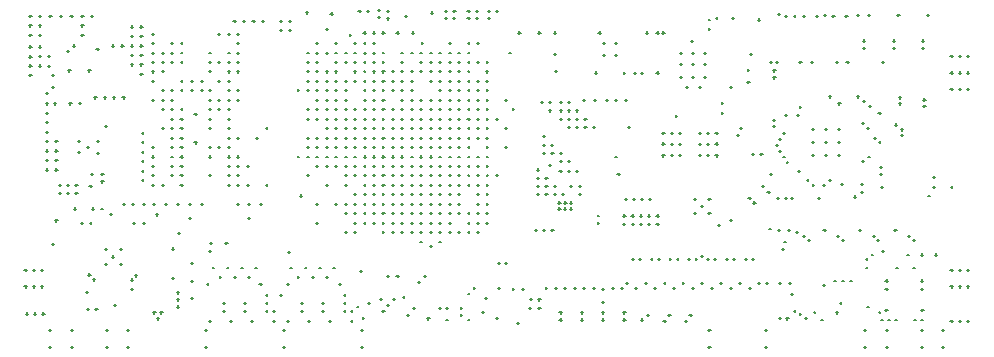
<source format=gbr>
G04 Layer_Color=128*
%FSLAX24Y24*%
%MOIN*%
%TF.FileFunction,Drillmap*%
%TF.Part,Single*%
G01*
G75*
%TA.AperFunction,NonConductor*%
%ADD147C,0.0050*%
D147*
X19645Y1535D02*
X19725D01*
X19685Y1495D02*
Y1575D01*
X20354Y1299D02*
X20434D01*
X20394Y1259D02*
Y1339D01*
X19645Y1299D02*
X19725D01*
X19685Y1259D02*
Y1339D01*
X18936Y1299D02*
X19016D01*
X18976Y1259D02*
Y1339D01*
X18228Y1299D02*
X18308D01*
X18268Y1259D02*
Y1339D01*
X3565Y3150D02*
X3635D01*
X3600Y3115D02*
Y3185D01*
X3565Y3650D02*
X3635D01*
X3600Y3615D02*
Y3685D01*
X3065Y3650D02*
X3135D01*
X3100Y3615D02*
Y3685D01*
X3065Y3150D02*
X3135D01*
X3100Y3115D02*
Y3185D01*
X3565Y3150D02*
X3635D01*
X3600Y3115D02*
Y3185D01*
X3565Y3650D02*
X3635D01*
X3600Y3615D02*
Y3685D01*
X3065Y3650D02*
X3135D01*
X3100Y3615D02*
Y3685D01*
X3065Y3150D02*
X3135D01*
X3100Y3115D02*
Y3185D01*
X16810Y1181D02*
X16890D01*
X16850Y1141D02*
Y1221D01*
X11523Y11575D02*
X11603D01*
X11563Y11535D02*
Y11615D01*
X24842Y11299D02*
X24922D01*
X24882Y11259D02*
Y11339D01*
X30989Y394D02*
X31059D01*
X31024Y359D02*
Y429D01*
X30280Y394D02*
X30350D01*
X30315Y359D02*
Y429D01*
X29099Y394D02*
X29169D01*
X29134Y359D02*
Y429D01*
X28390Y394D02*
X28460D01*
X28425Y359D02*
Y429D01*
X25083Y394D02*
X25153D01*
X25118Y359D02*
Y429D01*
X23193Y394D02*
X23263D01*
X23228Y359D02*
Y429D01*
X1225Y394D02*
X1295D01*
X1260Y359D02*
Y429D01*
X1934Y394D02*
X2004D01*
X1969Y359D02*
Y429D01*
X3115Y394D02*
X3185D01*
X3150Y359D02*
Y429D01*
X3823Y394D02*
X3893D01*
X3858Y359D02*
Y429D01*
X6422Y394D02*
X6492D01*
X6457Y359D02*
Y429D01*
X9020Y394D02*
X9090D01*
X9055Y359D02*
Y429D01*
X11619Y394D02*
X11689D01*
X11654Y359D02*
Y429D01*
X16107Y11575D02*
X16177D01*
X16142Y11540D02*
Y11610D01*
X15162Y11575D02*
X15232D01*
X15197Y11540D02*
Y11610D01*
X15437Y11575D02*
X15507D01*
X15472Y11540D02*
Y11610D01*
X15437Y11339D02*
X15507D01*
X15472Y11304D02*
Y11374D01*
X15162Y11339D02*
X15232D01*
X15197Y11304D02*
Y11374D01*
X14409Y11575D02*
X14489D01*
X14449Y11535D02*
Y11615D01*
X14684Y11575D02*
X14764D01*
X14724Y11535D02*
Y11615D01*
X14689Y11339D02*
X14759D01*
X14724Y11304D02*
Y11374D01*
X14414Y11339D02*
X14484D01*
X14449Y11304D02*
Y11374D01*
X11810Y11575D02*
X11890D01*
X11850Y11535D02*
Y11615D01*
X12480Y11575D02*
X12560D01*
X12520Y11535D02*
Y11615D01*
X12480Y11339D02*
X12560D01*
X12520Y11299D02*
Y11379D01*
X15831Y11575D02*
X15901D01*
X15866Y11540D02*
Y11610D01*
X15831Y11339D02*
X15901D01*
X15866Y11304D02*
Y11374D01*
X12165Y11614D02*
X12245D01*
X12205Y11574D02*
Y11654D01*
X9808Y6102D02*
X9878D01*
X9843Y6067D02*
Y6137D01*
X25162Y5551D02*
X25232D01*
X25197Y5516D02*
Y5586D01*
X24965Y5748D02*
X25035D01*
X25000Y5713D02*
Y5783D01*
X28154Y11457D02*
X28224D01*
X28189Y11422D02*
Y11492D01*
X27052Y11457D02*
X27122D01*
X27087Y11422D02*
Y11492D01*
X25516Y11496D02*
X25586D01*
X25551Y11461D02*
Y11531D01*
X5871Y5157D02*
X5941D01*
X5906Y5122D02*
Y5192D01*
X5477Y5157D02*
X5547D01*
X5512Y5122D02*
Y5192D01*
X5083Y5157D02*
X5153D01*
X5118Y5122D02*
Y5192D01*
X4689Y5157D02*
X4759D01*
X4724Y5122D02*
Y5192D01*
X8233Y5157D02*
X8303D01*
X8268Y5122D02*
Y5192D01*
X7839Y5157D02*
X7909D01*
X7874Y5122D02*
Y5192D01*
X7485Y5157D02*
X7555D01*
X7520Y5122D02*
Y5192D01*
X26658Y7638D02*
X26728D01*
X26693Y7603D02*
Y7673D01*
X26658Y7205D02*
X26728D01*
X26693Y7170D02*
Y7240D01*
X26658Y6772D02*
X26728D01*
X26693Y6737D02*
Y6807D01*
X27091Y6772D02*
X27161D01*
X27126Y6737D02*
Y6807D01*
X27091Y7638D02*
X27161D01*
X27126Y7603D02*
Y7673D01*
X27524Y7638D02*
X27594D01*
X27559Y7603D02*
Y7673D01*
X27524Y7205D02*
X27594D01*
X27559Y7170D02*
Y7240D01*
X27524Y6772D02*
X27594D01*
X27559Y6737D02*
Y6807D01*
X27091Y7205D02*
X27161D01*
X27126Y7170D02*
Y7240D01*
X22957Y5079D02*
X23027D01*
X22992Y5044D02*
Y5114D01*
X22721Y5315D02*
X22791D01*
X22756Y5280D02*
Y5350D01*
X22721Y4843D02*
X22791D01*
X22756Y4808D02*
Y4878D01*
X23193Y4843D02*
X23263D01*
X23228Y4808D02*
Y4878D01*
X23193Y5315D02*
X23263D01*
X23228Y5280D02*
Y5350D01*
X22248Y9370D02*
X22318D01*
X22283Y9335D02*
Y9405D01*
X22248Y10197D02*
X22318D01*
X22283Y10162D02*
Y10232D01*
X22248Y9803D02*
X22318D01*
X22283Y9768D02*
Y9838D01*
X22642Y9803D02*
X22712D01*
X22677Y9768D02*
Y9838D01*
X23036Y9803D02*
X23106D01*
X23071Y9768D02*
Y9838D01*
X23036Y9370D02*
X23106D01*
X23071Y9335D02*
Y9405D01*
X22642Y9370D02*
X22712D01*
X22677Y9335D02*
Y9405D01*
X23036Y10197D02*
X23106D01*
X23071Y10162D02*
Y10232D01*
X22642Y10197D02*
X22712D01*
X22677Y10162D02*
Y10232D01*
X2170Y6890D02*
X2240D01*
X2205Y6855D02*
Y6925D01*
X2170Y7244D02*
X2240D01*
X2205Y7209D02*
Y7279D01*
X2800Y6850D02*
X2870D01*
X2835Y6815D02*
Y6885D01*
X2800Y7244D02*
X2870D01*
X2835Y7209D02*
Y7279D01*
X2485Y7047D02*
X2555D01*
X2520Y7012D02*
Y7082D01*
X5949Y2008D02*
X6019D01*
X5984Y1973D02*
Y2043D01*
X5949Y2598D02*
X6019D01*
X5984Y2563D02*
Y2633D01*
X5949Y3189D02*
X6019D01*
X5984Y3154D02*
Y3224D01*
X5949Y9252D02*
X6019D01*
X5984Y9217D02*
Y9287D01*
X6264Y9252D02*
X6334D01*
X6299Y9217D02*
Y9287D01*
X24498Y9606D02*
X24558D01*
X24528Y9576D02*
Y9636D01*
X23513Y4449D02*
X23573D01*
X23543Y4419D02*
Y4479D01*
X29330Y10600D02*
X29410D01*
X29370Y10560D02*
Y10640D01*
X29547Y8701D02*
X29627D01*
X29587Y8661D02*
Y8741D01*
X29606Y7441D02*
X29686D01*
X29646Y7401D02*
Y7481D01*
X30354Y8628D02*
X30434D01*
X30394Y8588D02*
Y8668D01*
X16190Y3189D02*
X16250D01*
X16220Y3159D02*
Y3219D01*
X16427Y3189D02*
X16487D01*
X16457Y3159D02*
Y3219D01*
X19970Y2362D02*
X20030D01*
X20000Y2332D02*
Y2392D01*
X18395Y2362D02*
X18455D01*
X18425Y2332D02*
Y2392D01*
X19025Y2362D02*
X19085D01*
X19055Y2332D02*
Y2392D01*
X16663Y2323D02*
X16723D01*
X16693Y2293D02*
Y2353D01*
X19340Y2362D02*
X19400D01*
X19370Y2332D02*
Y2392D01*
X18710Y2362D02*
X18770D01*
X18740Y2332D02*
Y2392D01*
X18080Y2362D02*
X18140D01*
X18110Y2332D02*
Y2392D01*
X17765Y2362D02*
X17825D01*
X17795Y2332D02*
Y2392D01*
X16978Y2323D02*
X17038D01*
X17008Y2293D02*
Y2353D01*
X16190Y2362D02*
X16250D01*
X16220Y2332D02*
Y2392D01*
X14931Y1693D02*
X14991D01*
X14961Y1663D02*
Y1723D01*
X14931Y1457D02*
X14991D01*
X14961Y1427D02*
Y1487D01*
X25561Y2520D02*
X25621D01*
X25591Y2490D02*
Y2550D01*
X25876Y2520D02*
X25936D01*
X25906Y2490D02*
Y2550D01*
X25127Y2520D02*
X25187D01*
X25157Y2490D02*
Y2550D01*
X24852Y2520D02*
X24912D01*
X24882Y2490D02*
Y2550D01*
X24222Y2520D02*
X24282D01*
X24252Y2490D02*
Y2550D01*
X23592Y2520D02*
X23652D01*
X23622Y2490D02*
Y2550D01*
X22962Y2520D02*
X23022D01*
X22992Y2490D02*
Y2550D01*
X22332Y2520D02*
X22392D01*
X22362Y2490D02*
Y2550D01*
X21702Y2520D02*
X21762D01*
X21732Y2490D02*
Y2550D01*
X21072Y2520D02*
X21132D01*
X21102Y2490D02*
Y2550D01*
X20442Y2520D02*
X20502D01*
X20472Y2490D02*
Y2550D01*
X19645Y2323D02*
X19725D01*
X19685Y2283D02*
Y2363D01*
X27923Y2598D02*
X27983D01*
X27953Y2568D02*
Y2628D01*
X27372Y2598D02*
X27432D01*
X27402Y2568D02*
Y2628D01*
X27647Y2598D02*
X27707D01*
X27677Y2568D02*
Y2628D01*
X17677Y4291D02*
X17757D01*
X17717Y4251D02*
Y4331D01*
X17401Y4291D02*
X17481D01*
X17441Y4251D02*
Y4331D01*
X26348Y4094D02*
X26408D01*
X26378Y4064D02*
Y4124D01*
X26112Y4213D02*
X26172D01*
X26142Y4183D02*
Y4243D01*
X23789Y3307D02*
X23849D01*
X23819Y3277D02*
Y3337D01*
X23277Y2362D02*
X23337D01*
X23307Y2332D02*
Y2392D01*
X23395Y3307D02*
X23455D01*
X23425Y3277D02*
Y3337D01*
X22962Y3425D02*
X23022D01*
X22992Y3395D02*
Y3455D01*
X20639Y3307D02*
X20699D01*
X20669Y3277D02*
Y3337D01*
X21269Y3307D02*
X21329D01*
X21299Y3277D02*
Y3337D01*
X20876Y3307D02*
X20936D01*
X20906Y3277D02*
Y3337D01*
X21899Y3307D02*
X21959D01*
X21929Y3277D02*
Y3337D01*
X21505Y3307D02*
X21565D01*
X21535Y3277D02*
Y3337D01*
X22529Y3307D02*
X22589D01*
X22559Y3277D02*
Y3337D01*
X22135Y3307D02*
X22195D01*
X22165Y3277D02*
Y3337D01*
X23159Y3307D02*
X23219D01*
X23189Y3277D02*
Y3337D01*
X22765Y3307D02*
X22825D01*
X22795Y3277D02*
Y3337D01*
X24419Y3307D02*
X24479D01*
X24449Y3277D02*
Y3337D01*
X24025Y3307D02*
X24085D01*
X24055Y3277D02*
Y3337D01*
X24655Y3307D02*
X24715D01*
X24685Y3277D02*
Y3337D01*
X21185Y4488D02*
X21255D01*
X21220Y4453D02*
Y4523D01*
X20910Y4488D02*
X20980D01*
X20945Y4453D02*
Y4523D01*
X20634Y4488D02*
X20704D01*
X20669Y4453D02*
Y4523D01*
X20359Y4488D02*
X20429D01*
X20394Y4453D02*
Y4523D01*
X20757Y2362D02*
X20817D01*
X20787Y2332D02*
Y2392D01*
X13002Y2047D02*
X13061D01*
X13032Y2017D02*
Y2077D01*
X12687Y1969D02*
X12747D01*
X12717Y1938D02*
Y1998D01*
X12490Y1772D02*
X12550D01*
X12520Y1742D02*
Y1802D01*
X9813Y9882D02*
X9873D01*
X9843Y9852D02*
Y9912D01*
X2558Y5748D02*
X2638D01*
X2598Y5708D02*
Y5788D01*
X2086Y5512D02*
X2166D01*
X2126Y5472D02*
Y5552D01*
X2086Y5787D02*
X2166D01*
X2126Y5747D02*
Y5827D01*
X1535Y5787D02*
X1615D01*
X1575Y5747D02*
Y5827D01*
X1535Y5512D02*
X1615D01*
X1575Y5472D02*
Y5552D01*
X1810Y5512D02*
X1890D01*
X1850Y5472D02*
Y5552D01*
X31259Y9528D02*
X31339D01*
X31299Y9488D02*
Y9568D01*
X31259Y8976D02*
X31339D01*
X31299Y8936D02*
Y9016D01*
X31535Y10079D02*
X31615D01*
X31575Y10039D02*
Y10119D01*
X31259Y10079D02*
X31339D01*
X31299Y10039D02*
Y10119D01*
X31535Y8976D02*
X31615D01*
X31575Y8936D02*
Y9016D01*
X31535Y9528D02*
X31615D01*
X31575Y9488D02*
Y9568D01*
X31810Y9528D02*
X31890D01*
X31850Y9488D02*
Y9568D01*
X31810Y8976D02*
X31890D01*
X31850Y8936D02*
Y9016D01*
X31810Y10079D02*
X31890D01*
X31850Y10039D02*
Y10119D01*
X31810Y2953D02*
X31890D01*
X31850Y2913D02*
Y2993D01*
X31810Y1260D02*
X31890D01*
X31850Y1220D02*
Y1300D01*
X31810Y2402D02*
X31890D01*
X31850Y2362D02*
Y2442D01*
X31535Y2402D02*
X31615D01*
X31575Y2362D02*
Y2442D01*
X31535Y1260D02*
X31615D01*
X31575Y1220D02*
Y1300D01*
X31259Y2953D02*
X31339D01*
X31299Y2913D02*
Y2993D01*
X31535Y2953D02*
X31615D01*
X31575Y2913D02*
Y2993D01*
X31259Y1260D02*
X31339D01*
X31299Y1220D02*
Y1300D01*
X31259Y2402D02*
X31339D01*
X31299Y2362D02*
Y2442D01*
X393Y2402D02*
X473D01*
X433Y2362D02*
Y2442D01*
X393Y2953D02*
X473D01*
X433Y2913D02*
Y2993D01*
X434Y1500D02*
X514D01*
X474Y1460D02*
Y1540D01*
X710Y1500D02*
X790D01*
X750Y1460D02*
Y1540D01*
X944Y2953D02*
X1024D01*
X984Y2913D02*
Y2993D01*
X669Y2402D02*
X749D01*
X709Y2362D02*
Y2442D01*
X944Y2402D02*
X1024D01*
X984Y2362D02*
Y2442D01*
X669Y2953D02*
X749D01*
X709Y2913D02*
Y2993D01*
X986Y1500D02*
X1066D01*
X1026Y1460D02*
Y1540D01*
X11697Y6102D02*
X11767D01*
X11732Y6067D02*
Y6137D01*
X11702Y5787D02*
X11762D01*
X11732Y5757D02*
Y5817D01*
X11382Y6102D02*
X11452D01*
X11417Y6067D02*
Y6137D01*
X11067Y8628D02*
X11137D01*
X11102Y8593D02*
Y8663D01*
X20157Y6142D02*
X20237D01*
X20197Y6102D02*
Y6182D01*
X18779Y6260D02*
X18859D01*
X18819Y6220D02*
Y6300D01*
X18503Y6260D02*
X18583D01*
X18543Y6220D02*
Y6300D01*
X18228Y6260D02*
X18308D01*
X18268Y6220D02*
Y6300D01*
X18508Y6575D02*
X18578D01*
X18543Y6540D02*
Y6610D01*
X17682Y7402D02*
X17752D01*
X17717Y7367D02*
Y7437D01*
X17957Y7126D02*
X18027D01*
X17992Y7091D02*
Y7161D01*
X17682Y7126D02*
X17752D01*
X17717Y7091D02*
Y7161D01*
X17677Y6850D02*
X17757D01*
X17717Y6810D02*
Y6890D01*
X17952Y6850D02*
X18032D01*
X17992Y6810D02*
Y6890D01*
X18233Y6850D02*
X18303D01*
X18268Y6815D02*
Y6885D01*
X18233Y6575D02*
X18303D01*
X18268Y6540D02*
Y6610D01*
X17873Y8268D02*
X17953D01*
X17913Y8228D02*
Y8308D01*
X17873Y8543D02*
X17953D01*
X17913Y8503D02*
Y8583D01*
X17603Y8543D02*
X17673D01*
X17638Y8508D02*
Y8578D01*
X17878Y6457D02*
X17948D01*
X17913Y6422D02*
Y6492D01*
X18587Y5000D02*
X18657D01*
X18622Y4965D02*
Y5035D01*
X18390Y5000D02*
X18460D01*
X18425Y4965D02*
Y5035D01*
X18193Y5000D02*
X18263D01*
X18228Y4965D02*
Y5035D01*
X18582Y5197D02*
X18662D01*
X18622Y5157D02*
Y5237D01*
X18385Y5197D02*
X18465D01*
X18425Y5157D02*
Y5237D01*
X18188Y5197D02*
X18268D01*
X18228Y5157D02*
Y5237D01*
X18863Y5472D02*
X18933D01*
X18898Y5437D02*
Y5507D01*
X18863Y5748D02*
X18933D01*
X18898Y5713D02*
Y5783D01*
X18587Y5748D02*
X18657D01*
X18622Y5713D02*
Y5783D01*
X19498Y4764D02*
X19558D01*
X19528Y4734D02*
Y4794D01*
X19498Y4528D02*
X19558D01*
X19528Y4498D02*
Y4558D01*
X18311Y5472D02*
X18381D01*
X18346Y5437D02*
Y5507D01*
X18036Y5748D02*
X18106D01*
X18071Y5713D02*
Y5783D01*
X18036Y5472D02*
X18106D01*
X18071Y5437D02*
Y5507D01*
X17760Y5472D02*
X17830D01*
X17795Y5437D02*
Y5507D01*
X17760Y5748D02*
X17830D01*
X17795Y5713D02*
Y5783D01*
X17760Y6024D02*
X17830D01*
X17795Y5989D02*
Y6059D01*
X17485Y5472D02*
X17555D01*
X17520Y5437D02*
Y5507D01*
X17485Y5748D02*
X17555D01*
X17520Y5713D02*
Y5783D01*
X17485Y6024D02*
X17555D01*
X17520Y5989D02*
Y6059D01*
X17485Y6299D02*
X17555D01*
X17520Y6264D02*
Y6334D01*
X23425Y7165D02*
X23505D01*
X23465Y7125D02*
Y7205D01*
X23425Y6772D02*
X23505D01*
X23465Y6732D02*
Y6812D01*
X23154Y6772D02*
X23224D01*
X23189Y6737D02*
Y6807D01*
X22878Y6772D02*
X22948D01*
X22913Y6737D02*
Y6807D01*
X22878Y7520D02*
X22948D01*
X22913Y7485D02*
Y7555D01*
X23154Y7520D02*
X23224D01*
X23189Y7485D02*
Y7555D01*
X23425Y7520D02*
X23505D01*
X23465Y7480D02*
Y7560D01*
X23154Y7165D02*
X23224D01*
X23189Y7130D02*
Y7200D01*
X22878Y7165D02*
X22948D01*
X22913Y7130D02*
Y7200D01*
X22209Y7520D02*
X22279D01*
X22244Y7485D02*
Y7555D01*
X21934Y7520D02*
X22004D01*
X21969Y7485D02*
Y7555D01*
X21653Y7520D02*
X21733D01*
X21693Y7480D02*
Y7560D01*
X21653Y7165D02*
X21733D01*
X21693Y7125D02*
Y7205D01*
X21934Y6772D02*
X22004D01*
X21969Y6737D02*
Y6807D01*
X21653Y6772D02*
X21733D01*
X21693Y6732D02*
Y6812D01*
X22209Y7165D02*
X22279D01*
X22244Y7130D02*
Y7200D01*
X21934Y7165D02*
X22004D01*
X21969Y7130D02*
Y7200D01*
X22209Y6772D02*
X22279D01*
X22244Y6737D02*
Y6807D01*
X11072Y9252D02*
X11132D01*
X11102Y9222D02*
Y9282D01*
X22450Y9055D02*
X22510D01*
X22480Y9025D02*
Y9085D01*
X22883Y9055D02*
X22943D01*
X22913Y9025D02*
Y9085D01*
X22096Y8071D02*
X22156D01*
X22126Y8041D02*
Y8101D01*
X23198Y10984D02*
X23258D01*
X23228Y10954D02*
Y11014D01*
X24566Y10157D02*
X24646D01*
X24606Y10117D02*
Y10197D01*
X23198Y11299D02*
X23258D01*
X23228Y11269D02*
Y11329D01*
X16850Y10866D02*
X16930D01*
X16890Y10826D02*
Y10906D01*
X22608Y10591D02*
X22668D01*
X22638Y10561D02*
Y10621D01*
X23435Y11339D02*
X23495D01*
X23465Y11309D02*
Y11369D01*
X23986Y11339D02*
X24046D01*
X24016Y11309D02*
Y11369D01*
X26033Y11417D02*
X26093D01*
X26063Y11387D02*
Y11447D01*
X1417Y7244D02*
X1497D01*
X1457Y7204D02*
Y7284D01*
X1417Y6929D02*
X1497D01*
X1457Y6889D02*
Y6969D01*
X1417Y6614D02*
X1497D01*
X1457Y6574D02*
Y6654D01*
X1417Y6299D02*
X1497D01*
X1457Y6259D02*
Y6339D01*
X1102Y6299D02*
X1182D01*
X1142Y6259D02*
Y6339D01*
X1102Y6614D02*
X1182D01*
X1142Y6574D02*
Y6654D01*
X1102Y6929D02*
X1182D01*
X1142Y6889D02*
Y6969D01*
X1102Y7244D02*
X1182D01*
X1142Y7204D02*
Y7284D01*
X1102Y7559D02*
X1182D01*
X1142Y7519D02*
Y7599D01*
X1102Y7874D02*
X1182D01*
X1142Y7834D02*
Y7914D01*
X1102Y8189D02*
X1182D01*
X1142Y8149D02*
Y8229D01*
X1102Y8504D02*
X1182D01*
X1142Y8464D02*
Y8544D01*
X3346Y8701D02*
X3426D01*
X3386Y8661D02*
Y8741D01*
X3031Y8701D02*
X3111D01*
X3071Y8661D02*
Y8741D01*
X1377Y8504D02*
X1457D01*
X1417Y8464D02*
Y8544D01*
X2445Y2205D02*
X2515D01*
X2480Y2170D02*
Y2240D01*
X1185Y9764D02*
X1255D01*
X1220Y9729D02*
Y9799D01*
X1185Y10079D02*
X1255D01*
X1220Y10044D02*
Y10114D01*
X551Y10787D02*
X631D01*
X591Y10747D02*
Y10827D01*
X551Y11102D02*
X631D01*
X591Y11062D02*
Y11142D01*
X551Y11417D02*
X631D01*
X591Y11377D02*
Y11457D01*
X551Y9449D02*
X631D01*
X591Y9409D02*
Y9489D01*
X551Y9764D02*
X631D01*
X591Y9724D02*
Y9804D01*
X551Y10065D02*
X631D01*
X591Y10025D02*
Y10105D01*
X551Y10394D02*
X631D01*
X591Y10354D02*
Y10434D01*
X2007Y10433D02*
X2087D01*
X2047Y10393D02*
Y10473D01*
X1815Y10236D02*
X1885D01*
X1850Y10201D02*
Y10271D01*
X1220Y11417D02*
X1300D01*
X1260Y11377D02*
Y11457D01*
X1574Y11417D02*
X1654D01*
X1614Y11377D02*
Y11457D01*
X1928Y11417D02*
X2008D01*
X1969Y11377D02*
Y11457D01*
X2598Y11417D02*
X2678D01*
X2638Y11377D02*
Y11457D01*
X2283Y11417D02*
X2363D01*
X2323Y11377D02*
Y11457D01*
X2283Y11102D02*
X2363D01*
X2323Y11062D02*
Y11142D01*
X2283Y10787D02*
X2363D01*
X2323Y10747D02*
Y10827D01*
X866Y11417D02*
X946D01*
X906Y11377D02*
Y11457D01*
X866Y11102D02*
X946D01*
X906Y11062D02*
Y11142D01*
X866Y10787D02*
X946D01*
X906Y10747D02*
Y10827D01*
X4251Y9488D02*
X4331D01*
X4291Y9448D02*
Y9528D01*
X3936Y11063D02*
X4016D01*
X3976Y11023D02*
Y11103D01*
X8902Y10945D02*
X8972D01*
X8937Y10910D02*
Y10980D01*
X9217Y10945D02*
X9287D01*
X9252Y10910D02*
Y10980D01*
X9212Y11260D02*
X9292D01*
X9252Y11220D02*
Y11300D01*
X12170Y11378D02*
X12240D01*
X12205Y11343D02*
Y11413D01*
X21225Y5315D02*
X21295D01*
X21260Y5280D02*
Y5350D01*
X20398Y5315D02*
X20468D01*
X20433Y5280D02*
Y5350D01*
X20674Y5315D02*
X20744D01*
X20709Y5280D02*
Y5350D01*
X20949Y5315D02*
X21019D01*
X20984Y5280D02*
Y5350D01*
X21456Y4488D02*
X21536D01*
X21496Y4448D02*
Y4528D01*
X21456Y4764D02*
X21536D01*
X21496Y4724D02*
Y4804D01*
X21180Y4764D02*
X21260D01*
X21220Y4724D02*
Y4804D01*
X19379Y8622D02*
X19439D01*
X19409Y8592D02*
Y8652D01*
X19773Y8622D02*
X19833D01*
X19803Y8592D02*
Y8652D01*
X20088Y8622D02*
X20148D01*
X20118Y8592D02*
Y8652D01*
X20403Y8622D02*
X20463D01*
X20433Y8592D02*
Y8652D01*
X25846Y4291D02*
X25926D01*
X25886Y4251D02*
Y4331D01*
X19025Y8622D02*
X19085D01*
X19055Y8592D02*
Y8652D01*
X17253Y1969D02*
X17313D01*
X17283Y1938D02*
Y1998D01*
X20354Y1535D02*
X20434D01*
X20394Y1495D02*
Y1575D01*
X18936Y1535D02*
X19016D01*
X18976Y1495D02*
Y1575D01*
X18228Y1535D02*
X18308D01*
X18268Y1495D02*
Y1575D01*
X19645Y1890D02*
X19725D01*
X19685Y1850D02*
Y1930D01*
X17519Y1969D02*
X17599D01*
X17559Y1928D02*
Y2008D01*
X17519Y1693D02*
X17599D01*
X17559Y1653D02*
Y1733D01*
X17204Y1693D02*
X17284D01*
X17244Y1653D02*
Y1733D01*
X25639Y3661D02*
X25699D01*
X25669Y3631D02*
Y3691D01*
X28631Y3465D02*
X28691D01*
X28661Y3435D02*
Y3495D01*
X15477Y7362D02*
X15547D01*
X15512Y7327D02*
Y7397D01*
X16427Y8622D02*
X16487D01*
X16457Y8592D02*
Y8652D01*
X15482Y8937D02*
X15542D01*
X15512Y8907D02*
Y8967D01*
X15797Y8937D02*
X15857D01*
X15827Y8907D02*
Y8967D01*
X14537Y8307D02*
X14597D01*
X14567Y8277D02*
Y8337D01*
X14852Y7992D02*
X14912D01*
X14882Y7962D02*
Y8022D01*
X15167Y2165D02*
X15227D01*
X15197Y2135D02*
Y2195D01*
X15757Y2008D02*
X15817D01*
X15787Y1978D02*
Y2038D01*
X24537Y2362D02*
X24597D01*
X24567Y2332D02*
Y2392D01*
X14537Y7992D02*
X14597D01*
X14567Y7962D02*
Y8022D01*
X14852Y8307D02*
X14912D01*
X14882Y8277D02*
Y8337D01*
X14852Y7677D02*
X14912D01*
X14882Y7647D02*
Y7707D01*
X15167Y8307D02*
X15227D01*
X15197Y8277D02*
Y8337D01*
X15482Y8307D02*
X15542D01*
X15512Y8277D02*
Y8337D01*
X15797Y8307D02*
X15857D01*
X15827Y8277D02*
Y8337D01*
X15167Y7677D02*
X15227D01*
X15197Y7647D02*
Y7707D01*
X23907Y2362D02*
X23967D01*
X23937Y2332D02*
Y2392D01*
X16427Y7677D02*
X16487D01*
X16457Y7647D02*
Y7707D01*
X16112Y7992D02*
X16172D01*
X16142Y7962D02*
Y8022D01*
X16427Y7047D02*
X16487D01*
X16457Y7017D02*
Y7077D01*
X14222Y7992D02*
X14282D01*
X14252Y7962D02*
Y8022D01*
X15797Y7677D02*
X15857D01*
X15827Y7647D02*
Y7707D01*
X15797Y7992D02*
X15857D01*
X15827Y7962D02*
Y8022D01*
X15482Y7677D02*
X15542D01*
X15512Y7647D02*
Y7707D01*
X13907Y8622D02*
X13967D01*
X13937Y8592D02*
Y8652D01*
X14537Y7677D02*
X14597D01*
X14567Y7647D02*
Y7707D01*
X15167Y7362D02*
X15227D01*
X15197Y7332D02*
Y7392D01*
X13907Y7992D02*
X13967D01*
X13937Y7962D02*
Y8022D01*
X14222Y7677D02*
X14282D01*
X14252Y7647D02*
Y7707D01*
X22017Y2362D02*
X22077D01*
X22047Y2332D02*
Y2392D01*
X15797Y7047D02*
X15857D01*
X15827Y7017D02*
Y7077D01*
X14852Y7362D02*
X14912D01*
X14882Y7332D02*
Y7392D01*
X14852Y7047D02*
X14912D01*
X14882Y7017D02*
Y7077D01*
X20944Y1299D02*
X21024D01*
X20984Y1259D02*
Y1339D01*
X23193Y945D02*
X23263D01*
X23228Y910D02*
Y980D01*
X25083Y945D02*
X25153D01*
X25118Y910D02*
Y980D01*
X8228Y2486D02*
X8308D01*
X8268Y2446D02*
Y2526D01*
X27017Y2441D02*
X27077D01*
X27047Y2411D02*
Y2471D01*
X15797Y8622D02*
X15857D01*
X15827Y8592D02*
Y8652D01*
X14852Y8622D02*
X14912D01*
X14882Y8592D02*
Y8652D01*
X15167Y8622D02*
X15227D01*
X15197Y8592D02*
Y8652D01*
X14537Y8622D02*
X14597D01*
X14567Y8592D02*
Y8652D01*
X15167Y9252D02*
X15227D01*
X15197Y9222D02*
Y9282D01*
X15482Y9252D02*
X15542D01*
X15512Y9222D02*
Y9282D01*
X15482Y8622D02*
X15542D01*
X15512Y8592D02*
Y8652D01*
X26427Y1339D02*
X26487D01*
X26457Y1309D02*
Y1369D01*
X26702Y1535D02*
X26762D01*
X26732Y1505D02*
Y1565D01*
X26939Y1299D02*
X26999D01*
X26969Y1269D02*
Y1329D01*
X25787Y1339D02*
X25867D01*
X25827Y1299D02*
Y1379D01*
X27568Y1850D02*
X27628D01*
X27598Y1820D02*
Y1880D01*
X27490Y4094D02*
X27550D01*
X27520Y4064D02*
Y4124D01*
X27440Y1535D02*
X27520D01*
X27480Y1495D02*
Y1575D01*
X28435Y3031D02*
X28495D01*
X28465Y3002D02*
Y3061D01*
X28435Y3307D02*
X28495D01*
X28465Y3277D02*
Y3337D01*
X28474Y1732D02*
X28534D01*
X28504Y1702D02*
Y1762D01*
X31269Y5709D02*
X31329D01*
X31299Y5679D02*
Y5739D01*
X30679Y6063D02*
X30739D01*
X30709Y6033D02*
Y6093D01*
X30679Y5709D02*
X30739D01*
X30709Y5679D02*
Y5739D01*
X11702Y9567D02*
X11762D01*
X11732Y9537D02*
Y9597D01*
X12017Y8937D02*
X12077D01*
X12047Y8907D02*
Y8967D01*
X12647Y9567D02*
X12707D01*
X12677Y9537D02*
Y9597D01*
X12647Y9252D02*
X12707D01*
X12677Y9222D02*
Y9282D01*
X29813Y3465D02*
X29873D01*
X29843Y3435D02*
Y3495D01*
X30009Y3937D02*
X30069D01*
X30039Y3907D02*
Y3967D01*
X29458Y3031D02*
X29518D01*
X29488Y3002D02*
Y3061D01*
X29852Y4094D02*
X29912D01*
X29882Y4064D02*
Y4124D01*
X28986Y3583D02*
X29046D01*
X29016Y3553D02*
Y3613D01*
X13907Y9567D02*
X13967D01*
X13937Y9537D02*
Y9597D01*
X13907Y10197D02*
X13967D01*
X13937Y10167D02*
Y10227D01*
X14222Y10197D02*
X14282D01*
X14252Y10167D02*
Y10227D01*
X14537Y10512D02*
X14597D01*
X14567Y10482D02*
Y10542D01*
X25472Y5354D02*
X25552D01*
X25512Y5314D02*
Y5394D01*
X25747Y11417D02*
X25827D01*
X25787Y11377D02*
Y11457D01*
X26338Y11417D02*
X26418D01*
X26378Y11377D02*
Y11457D01*
X27322Y11417D02*
X27402D01*
X27362Y11377D02*
Y11457D01*
X30314Y10600D02*
X30394D01*
X30354Y10560D02*
Y10640D01*
X30009Y3031D02*
X30069D01*
X30039Y3002D02*
Y3061D01*
X20718Y9528D02*
X20778D01*
X20748Y9498D02*
Y9558D01*
X19409Y9528D02*
X19489D01*
X19449Y9488D02*
Y9568D01*
X15167Y9882D02*
X15227D01*
X15197Y9852D02*
Y9912D01*
X15167Y9567D02*
X15227D01*
X15197Y9537D02*
Y9597D01*
X14537Y10197D02*
X14597D01*
X14567Y10167D02*
Y10227D01*
X13592Y9882D02*
X13652D01*
X13622Y9852D02*
Y9912D01*
X13592Y10197D02*
X13652D01*
X13622Y10167D02*
Y10227D01*
X14222Y9567D02*
X14282D01*
X14252Y9537D02*
Y9597D01*
X14852Y8937D02*
X14912D01*
X14882Y8907D02*
Y8967D01*
X15167Y8937D02*
X15227D01*
X15197Y8907D02*
Y8967D01*
X15797Y9882D02*
X15857D01*
X15827Y9852D02*
Y9912D01*
X18080Y9567D02*
X18140D01*
X18110Y9537D02*
Y9597D01*
X25354Y9606D02*
X25434D01*
X25394Y9566D02*
Y9646D01*
X25354Y9370D02*
X25434D01*
X25394Y9330D02*
Y9410D01*
X29409Y7795D02*
X29489D01*
X29449Y7755D02*
Y7835D01*
X14852Y9567D02*
X14912D01*
X14882Y9537D02*
Y9597D01*
X20364Y9528D02*
X20424D01*
X20394Y9498D02*
Y9558D01*
X14537Y9567D02*
X14597D01*
X14567Y9537D02*
Y9597D01*
X13907Y9882D02*
X13967D01*
X13937Y9852D02*
Y9912D01*
X13070Y11417D02*
X13150D01*
X13110Y11377D02*
Y11457D01*
X12017Y9882D02*
X12077D01*
X12047Y9852D02*
Y9912D01*
X13513Y2559D02*
X13573D01*
X13543Y2529D02*
Y2589D01*
X13710Y2756D02*
X13770D01*
X13740Y2726D02*
Y2786D01*
X12795Y2756D02*
X12875D01*
X12835Y2716D02*
Y2796D01*
X14458Y1693D02*
X14518D01*
X14488Y1663D02*
Y1723D01*
X14458Y1299D02*
X14518D01*
X14488Y1269D02*
Y1329D01*
X13818Y1339D02*
X13898D01*
X13858Y1299D02*
Y1379D01*
X13149Y1457D02*
X13229D01*
X13189Y1417D02*
Y1497D01*
X14222Y1693D02*
X14282D01*
X14252Y1663D02*
Y1723D01*
X6535Y3589D02*
X6615D01*
X6575Y3549D02*
Y3629D01*
X9173Y3543D02*
X9253D01*
X9213Y3503D02*
Y3583D01*
X10866Y2480D02*
X10946D01*
X10906Y2440D02*
Y2520D01*
X9133Y2480D02*
X9213D01*
X9173Y2440D02*
Y2520D01*
X12480Y2756D02*
X12560D01*
X12520Y2716D02*
Y2796D01*
X11574Y2913D02*
X11654D01*
X11614Y2873D02*
Y2953D01*
X13356Y1693D02*
X13416D01*
X13386Y1663D02*
Y1723D01*
X15797Y5157D02*
X15857D01*
X15827Y5127D02*
Y5187D01*
X15482Y5157D02*
X15542D01*
X15512Y5127D02*
Y5187D01*
X15797Y6102D02*
X15857D01*
X15827Y6072D02*
Y6132D01*
X15797Y6417D02*
X15857D01*
X15827Y6387D02*
Y6447D01*
X15482Y6102D02*
X15542D01*
X15512Y6072D02*
Y6132D01*
X15167Y6417D02*
X15227D01*
X15197Y6387D02*
Y6447D01*
X14537Y5157D02*
X14597D01*
X14567Y5127D02*
Y5187D01*
X11663Y1339D02*
X11723D01*
X11693Y1309D02*
Y1369D01*
X11466Y1732D02*
X11526D01*
X11496Y1702D02*
Y1762D01*
X11860Y1850D02*
X11920D01*
X11890Y1820D02*
Y1880D01*
X12322Y1575D02*
X12402D01*
X12362Y1535D02*
Y1615D01*
X15482Y4213D02*
X15542D01*
X15512Y4183D02*
Y4243D01*
X15167Y4213D02*
X15227D01*
X15197Y4183D02*
Y4243D01*
X15482Y4843D02*
X15542D01*
X15512Y4813D02*
Y4873D01*
X15482Y4528D02*
X15542D01*
X15512Y4498D02*
Y4558D01*
X15167Y4528D02*
X15227D01*
X15197Y4498D02*
Y4558D01*
X15167Y4843D02*
X15227D01*
X15197Y4813D02*
Y4873D01*
X14537Y4528D02*
X14597D01*
X14567Y4498D02*
Y4558D01*
X14537Y4843D02*
X14597D01*
X14567Y4813D02*
Y4873D01*
X14852Y5787D02*
X14912D01*
X14882Y5757D02*
Y5817D01*
X14222Y4843D02*
X14282D01*
X14252Y4813D02*
Y4873D01*
X14222Y4528D02*
X14282D01*
X14252Y4498D02*
Y4558D01*
X13907Y3740D02*
X13967D01*
X13937Y3710D02*
Y3770D01*
X13592Y5157D02*
X13652D01*
X13622Y5127D02*
Y5187D01*
X13592Y3898D02*
X13652D01*
X13622Y3868D02*
Y3928D01*
X13592Y4213D02*
X13652D01*
X13622Y4183D02*
Y4243D01*
X12962Y4843D02*
X13022D01*
X12992Y4813D02*
Y4873D01*
X12962Y5157D02*
X13022D01*
X12992Y5127D02*
Y5187D01*
X8907Y2126D02*
X8967D01*
X8937Y2096D02*
Y2156D01*
X12962Y4213D02*
X13022D01*
X12992Y4183D02*
Y4243D01*
X13277Y4528D02*
X13337D01*
X13307Y4498D02*
Y4558D01*
X12962Y4528D02*
X13022D01*
X12992Y4498D02*
Y4558D01*
X12332Y4528D02*
X12392D01*
X12362Y4498D02*
Y4558D01*
X12017Y4528D02*
X12077D01*
X12047Y4498D02*
Y4558D01*
X12647Y5472D02*
X12707D01*
X12677Y5442D02*
Y5502D01*
X11387Y4843D02*
X11447D01*
X11417Y4813D02*
Y4873D01*
X11387Y4528D02*
X11447D01*
X11417Y4498D02*
Y4558D01*
X12332Y5157D02*
X12392D01*
X12362Y5127D02*
Y5187D01*
X7844Y2717D02*
X7904D01*
X7874Y2687D02*
Y2747D01*
X7372Y2717D02*
X7432D01*
X7402Y2687D02*
Y2747D01*
X6899Y2717D02*
X6959D01*
X6929Y2687D02*
Y2747D01*
X8080Y3031D02*
X8140D01*
X8110Y3002D02*
Y3061D01*
X7608Y3031D02*
X7668D01*
X7638Y3002D02*
Y3061D01*
X7135Y3031D02*
X7195D01*
X7165Y3002D02*
Y3061D01*
X6663Y3031D02*
X6723D01*
X6693Y3002D02*
Y3061D01*
X14222Y5472D02*
X14282D01*
X14252Y5442D02*
Y5502D01*
X13907Y5787D02*
X13967D01*
X13937Y5757D02*
Y5817D01*
X13907Y4843D02*
X13967D01*
X13937Y4813D02*
Y4873D01*
X13592Y4843D02*
X13652D01*
X13622Y4813D02*
Y4873D01*
X13592Y5472D02*
X13652D01*
X13622Y5442D02*
Y5502D01*
X16545Y10197D02*
X16605D01*
X16575Y10167D02*
Y10227D01*
X25246Y6142D02*
X25306D01*
X25276Y6112D02*
Y6172D01*
X14537Y8937D02*
X14597D01*
X14567Y8907D02*
Y8967D01*
X19694Y10118D02*
X19754D01*
X19724Y10088D02*
Y10148D01*
X20078Y10118D02*
X20158D01*
X20118Y10078D02*
Y10158D01*
X20088Y10512D02*
X20148D01*
X20118Y10482D02*
Y10542D01*
X19694Y10512D02*
X19754D01*
X19724Y10482D02*
Y10542D01*
X14222Y6102D02*
X14282D01*
X14252Y6072D02*
Y6132D01*
X14532Y6102D02*
X14602D01*
X14567Y6067D02*
Y6137D01*
X14847Y6102D02*
X14917D01*
X14882Y6067D02*
Y6137D01*
X13592Y4528D02*
X13652D01*
X13622Y4498D02*
Y4558D01*
X13592Y5787D02*
X13652D01*
X13622Y5757D02*
Y5817D01*
X13277Y5787D02*
X13337D01*
X13307Y5757D02*
Y5817D01*
X12647Y5787D02*
X12707D01*
X12677Y5757D02*
Y5817D01*
X8435Y2126D02*
X8495D01*
X8465Y2096D02*
Y2156D01*
X8671Y1575D02*
X8731D01*
X8701Y1545D02*
Y1605D01*
X12957Y6102D02*
X13027D01*
X12992Y6067D02*
Y6137D01*
X11387Y5472D02*
X11447D01*
X11417Y5442D02*
Y5502D01*
X11072Y5157D02*
X11132D01*
X11102Y5127D02*
Y5187D01*
X9143Y1260D02*
X9203D01*
X9173Y1230D02*
Y1290D01*
X9852Y1260D02*
X9912D01*
X9882Y1230D02*
Y1290D01*
X9616Y1575D02*
X9676D01*
X9646Y1545D02*
Y1605D01*
X9616Y1850D02*
X9676D01*
X9646Y1820D02*
Y1880D01*
X10324Y1575D02*
X10384D01*
X10354Y1545D02*
Y1605D01*
X10324Y1850D02*
X10384D01*
X10354Y1820D02*
Y1880D01*
X10561Y1260D02*
X10621D01*
X10591Y1230D02*
Y1290D01*
X11033Y1850D02*
X11093D01*
X11063Y1820D02*
Y1880D01*
X11033Y1575D02*
X11093D01*
X11063Y1545D02*
Y1605D01*
X11269Y1260D02*
X11329D01*
X11299Y1230D02*
Y1290D01*
X8671Y1260D02*
X8731D01*
X8701Y1230D02*
Y1290D01*
X8435Y1575D02*
X8495D01*
X8465Y1545D02*
Y1605D01*
X8435Y1850D02*
X8495D01*
X8465Y1820D02*
Y1880D01*
X11619Y945D02*
X11689D01*
X11654Y910D02*
Y980D01*
X7962Y1260D02*
X8022D01*
X7992Y1230D02*
Y1290D01*
X7726Y1850D02*
X7786D01*
X7756Y1820D02*
Y1880D01*
X7726Y1575D02*
X7786D01*
X7756Y1545D02*
Y1605D01*
X7017Y1850D02*
X7077D01*
X7047Y1820D02*
Y1880D01*
X7017Y1575D02*
X7077D01*
X7047Y1545D02*
Y1605D01*
X7253Y1260D02*
X7313D01*
X7283Y1230D02*
Y1290D01*
X6545Y1260D02*
X6605D01*
X6575Y1230D02*
Y1290D01*
X6574Y3858D02*
X6654D01*
X6614Y3818D02*
Y3898D01*
X7086Y3858D02*
X7166D01*
X7126Y3818D02*
Y3898D01*
X10757Y5157D02*
X10817D01*
X10787Y5127D02*
Y5187D01*
X10127Y4528D02*
X10187D01*
X10157Y4498D02*
Y4558D01*
X11072Y4213D02*
X11132D01*
X11102Y4183D02*
Y4243D01*
X11387Y5157D02*
X11447D01*
X11417Y5127D02*
Y5187D01*
X5314Y2677D02*
X5394D01*
X5354Y2637D02*
Y2717D01*
X1299Y3819D02*
X1379D01*
X1339Y3779D02*
Y3859D01*
X2480Y1654D02*
X2560D01*
X2520Y1614D02*
Y1694D01*
X2755Y1654D02*
X2835D01*
X2795Y1614D02*
Y1694D01*
X9020Y945D02*
X9090D01*
X9055Y910D02*
Y980D01*
X6422Y945D02*
X6492D01*
X6457Y910D02*
Y980D01*
X3115Y945D02*
X3185D01*
X3150Y910D02*
Y980D01*
X1934Y945D02*
X2004D01*
X1969Y910D02*
Y980D01*
X1225Y945D02*
X1295D01*
X1260Y910D02*
Y980D01*
X1889Y8504D02*
X1969D01*
X1929Y8464D02*
Y8544D01*
X13277Y6417D02*
X13337D01*
X13307Y6387D02*
Y6447D01*
X15167Y10512D02*
X15227D01*
X15197Y10482D02*
Y10542D01*
X13277Y10197D02*
X13337D01*
X13307Y10167D02*
Y10227D01*
X10127Y5157D02*
X10187D01*
X10157Y5127D02*
Y5187D01*
X1810Y5787D02*
X1890D01*
X1850Y5747D02*
Y5827D01*
X2598Y6142D02*
X2678D01*
X2638Y6102D02*
Y6182D01*
X3075Y7756D02*
X3145D01*
X3110Y7721D02*
Y7791D01*
X5949Y8937D02*
X6019D01*
X5984Y8902D02*
Y8972D01*
X4301Y7520D02*
X4361D01*
X4331Y7490D02*
Y7550D01*
X4301Y7205D02*
X4361D01*
X4331Y7175D02*
Y7235D01*
X4301Y6890D02*
X4361D01*
X4331Y6860D02*
Y6920D01*
X4301Y6575D02*
X4361D01*
X4331Y6545D02*
Y6605D01*
X4301Y6260D02*
X4361D01*
X4331Y6230D02*
Y6290D01*
X4301Y5945D02*
X4361D01*
X4331Y5915D02*
Y5975D01*
X11072Y10197D02*
X11132D01*
X11102Y10167D02*
Y10227D01*
X4965Y5787D02*
X5035D01*
X5000Y5752D02*
Y5822D01*
X9566Y5433D02*
X9646D01*
X9606Y5393D02*
Y5473D01*
X6264Y8937D02*
X6334D01*
X6299Y8902D02*
Y8972D01*
X6545Y9567D02*
X6605D01*
X6575Y9537D02*
Y9597D01*
X5595Y6417D02*
X5665D01*
X5630Y6382D02*
Y6452D01*
X5285Y6732D02*
X5345D01*
X5315Y6702D02*
Y6762D01*
X6540Y7677D02*
X6610D01*
X6575Y7642D02*
Y7712D01*
X5595Y6732D02*
X5665D01*
X5630Y6697D02*
Y6767D01*
X10757Y7362D02*
X10817D01*
X10787Y7332D02*
Y7392D01*
X10757Y7047D02*
X10817D01*
X10787Y7017D02*
Y7077D01*
X10442Y7047D02*
X10502D01*
X10472Y7017D02*
Y7077D01*
X10127Y6417D02*
X10187D01*
X10157Y6387D02*
Y6447D01*
X10757Y7677D02*
X10817D01*
X10787Y7647D02*
Y7707D01*
X11072Y6732D02*
X11132D01*
X11102Y6702D02*
Y6762D01*
X8435Y7677D02*
X8495D01*
X8465Y7647D02*
Y7707D01*
X5285Y6102D02*
X5345D01*
X5315Y6072D02*
Y6132D01*
X10757Y7992D02*
X10817D01*
X10787Y7962D02*
Y8022D01*
X10127Y7362D02*
X10187D01*
X10157Y7332D02*
Y7392D01*
X6540Y6732D02*
X6610D01*
X6575Y6697D02*
Y6767D01*
X6540Y7047D02*
X6610D01*
X6575Y7012D02*
Y7082D01*
X6062Y7205D02*
X6142D01*
X6102Y7165D02*
Y7245D01*
X6855Y7047D02*
X6925D01*
X6890Y7012D02*
Y7082D01*
X9813Y7047D02*
X9873D01*
X9843Y7017D02*
Y7077D01*
X5285Y6417D02*
X5345D01*
X5315Y6387D02*
Y6447D01*
X11072Y7362D02*
X11132D01*
X11102Y7332D02*
Y7392D01*
X5285Y7047D02*
X5345D01*
X5315Y7017D02*
Y7077D01*
X11387Y6417D02*
X11447D01*
X11417Y6387D02*
Y6447D01*
X5595Y7677D02*
X5665D01*
X5630Y7642D02*
Y7712D01*
X8435Y5787D02*
X8495D01*
X8465Y5757D02*
Y5817D01*
X7170Y5787D02*
X7240D01*
X7205Y5752D02*
Y5822D01*
X7170Y6102D02*
X7240D01*
X7205Y6067D02*
Y6137D01*
X5280Y7677D02*
X5350D01*
X5315Y7642D02*
Y7712D01*
X5280Y7992D02*
X5350D01*
X5315Y7957D02*
Y8027D01*
X10442Y5787D02*
X10502D01*
X10472Y5757D02*
Y5817D01*
X11072Y5787D02*
X11132D01*
X11102Y5757D02*
Y5817D01*
X7485Y7362D02*
X7555D01*
X7520Y7327D02*
Y7397D01*
X7170Y7362D02*
X7240D01*
X7205Y7327D02*
Y7397D01*
X10437Y7677D02*
X10507D01*
X10472Y7642D02*
Y7712D01*
X10437Y7362D02*
X10507D01*
X10472Y7327D02*
Y7397D01*
X9813Y6732D02*
X9873D01*
X9843Y6702D02*
Y6762D01*
X10127Y6732D02*
X10187D01*
X10157Y6702D02*
Y6762D01*
X6540Y7992D02*
X6610D01*
X6575Y7957D02*
Y8027D01*
X6540Y8307D02*
X6610D01*
X6575Y8272D02*
Y8342D01*
X10437Y6417D02*
X10507D01*
X10472Y6382D02*
Y6452D01*
X11382Y9567D02*
X11452D01*
X11417Y9532D02*
Y9602D01*
X11382Y9882D02*
X11452D01*
X11417Y9847D02*
Y9917D01*
X12012Y7362D02*
X12082D01*
X12047Y7327D02*
Y7397D01*
X11697Y7362D02*
X11767D01*
X11732Y7327D02*
Y7397D01*
X12957Y5787D02*
X13027D01*
X12992Y5752D02*
Y5822D01*
X12957Y5472D02*
X13027D01*
X12992Y5437D02*
Y5507D01*
X13277Y5472D02*
X13337D01*
X13307Y5442D02*
Y5502D01*
X12327Y5787D02*
X12397D01*
X12362Y5752D02*
Y5822D01*
X14532Y7047D02*
X14602D01*
X14567Y7012D02*
Y7082D01*
X12957Y6417D02*
X13027D01*
X12992Y6382D02*
Y6452D01*
X13272Y7047D02*
X13342D01*
X13307Y7012D02*
Y7082D01*
X13902Y6102D02*
X13972D01*
X13937Y6067D02*
Y6137D01*
X13902Y6732D02*
X13972D01*
X13937Y6697D02*
Y6767D01*
X13587Y6417D02*
X13657D01*
X13622Y6382D02*
Y6452D01*
X13902Y7362D02*
X13972D01*
X13937Y7327D02*
Y7397D01*
X13587Y7677D02*
X13657D01*
X13622Y7642D02*
Y7712D01*
X4803Y1339D02*
X4883D01*
X4843Y1299D02*
Y1379D01*
X4921Y1535D02*
X5001D01*
X4961Y1495D02*
Y1575D01*
X4684Y1535D02*
X4764D01*
X4724Y1495D02*
Y1575D01*
X5472Y1732D02*
X5552D01*
X5512Y1692D02*
Y1772D01*
X5472Y1969D02*
X5552D01*
X5512Y1928D02*
Y2008D01*
X5472Y2205D02*
X5552D01*
X5512Y2165D02*
Y2245D01*
X2677Y2638D02*
X2757D01*
X2717Y2598D02*
Y2678D01*
X2519Y2795D02*
X2599D01*
X2559Y2755D02*
Y2835D01*
X4078Y2772D02*
X4158D01*
X4118Y2732D02*
Y2812D01*
X3931Y2632D02*
X4011D01*
X3971Y2592D02*
Y2672D01*
X10437Y9567D02*
X10507D01*
X10472Y9532D02*
Y9602D01*
X10437Y10197D02*
X10507D01*
X10472Y10162D02*
Y10232D01*
X12642Y4528D02*
X12712D01*
X12677Y4493D02*
Y4563D01*
X13272Y5157D02*
X13342D01*
X13307Y5122D02*
Y5192D01*
X13902Y5157D02*
X13972D01*
X13937Y5122D02*
Y5192D01*
X14847Y4843D02*
X14917D01*
X14882Y4808D02*
Y4878D01*
X15477Y5787D02*
X15547D01*
X15512Y5752D02*
Y5822D01*
X15482Y6732D02*
X15542D01*
X15512Y6702D02*
Y6762D01*
X15792Y7362D02*
X15862D01*
X15827Y7327D02*
Y7397D01*
X15162Y7992D02*
X15232D01*
X15197Y7957D02*
Y8027D01*
X15792Y4528D02*
X15862D01*
X15827Y4493D02*
Y4563D01*
X15792Y9567D02*
X15862D01*
X15827Y9532D02*
Y9602D01*
X14532Y9252D02*
X14602D01*
X14567Y9217D02*
Y9287D01*
X14532Y9882D02*
X14602D01*
X14567Y9847D02*
Y9917D01*
X14217Y8307D02*
X14287D01*
X14252Y8272D02*
Y8342D01*
X13587Y8307D02*
X13657D01*
X13622Y8272D02*
Y8342D01*
X13272Y8622D02*
X13342D01*
X13307Y8587D02*
Y8657D01*
X12012Y7677D02*
X12082D01*
X12047Y7642D02*
Y7712D01*
X12017Y8307D02*
X12077D01*
X12047Y8277D02*
Y8337D01*
X12327Y8307D02*
X12397D01*
X12362Y8272D02*
Y8342D01*
X12332Y8937D02*
X12392D01*
X12362Y8907D02*
Y8967D01*
X12327Y8622D02*
X12397D01*
X12362Y8587D02*
Y8657D01*
X12957Y8307D02*
X13027D01*
X12992Y8272D02*
Y8342D01*
X11697Y8307D02*
X11767D01*
X11732Y8272D02*
Y8342D01*
X11697Y7047D02*
X11767D01*
X11732Y7012D02*
Y7082D01*
X12012Y9252D02*
X12082D01*
X12047Y9217D02*
Y9287D01*
X12012Y9567D02*
X12082D01*
X12047Y9532D02*
Y9602D01*
X11702Y8937D02*
X11762D01*
X11732Y8907D02*
Y8967D01*
X11697Y10197D02*
X11767D01*
X11732Y10162D02*
Y10232D01*
X10752Y6417D02*
X10822D01*
X10787Y6382D02*
Y6452D01*
X3936Y2323D02*
X4016D01*
X3976Y2283D02*
Y2363D01*
X12327Y4843D02*
X12397D01*
X12362Y4808D02*
Y4878D01*
X14532Y7362D02*
X14602D01*
X14567Y7327D02*
Y7397D01*
X12957Y6732D02*
X13027D01*
X12992Y6697D02*
Y6767D01*
X13902Y6417D02*
X13972D01*
X13937Y6382D02*
Y6452D01*
X13587Y6102D02*
X13657D01*
X13622Y6067D02*
Y6137D01*
X13587Y6732D02*
X13657D01*
X13622Y6697D02*
Y6767D01*
X13587Y7047D02*
X13657D01*
X13622Y7012D02*
Y7082D01*
X13587Y7362D02*
X13657D01*
X13622Y7327D02*
Y7397D01*
X13902Y7677D02*
X13972D01*
X13937Y7642D02*
Y7712D01*
X3390Y1772D02*
X3460D01*
X3425Y1737D02*
Y1807D01*
X3823Y945D02*
X3893D01*
X3858Y910D02*
Y980D01*
X3315Y3400D02*
X3385D01*
X3350Y3365D02*
Y3435D01*
X15639Y1535D02*
X15699D01*
X15669Y1505D02*
Y1565D01*
X16112Y1339D02*
X16172D01*
X16142Y1309D02*
Y1369D01*
X15167Y1299D02*
X15227D01*
X15197Y1269D02*
Y1329D01*
X10437Y8622D02*
X10507D01*
X10472Y8587D02*
Y8657D01*
X10752Y9567D02*
X10822D01*
X10787Y9532D02*
Y9602D01*
X10122Y10197D02*
X10192D01*
X10157Y10162D02*
Y10232D01*
X12642Y4843D02*
X12712D01*
X12677Y4808D02*
Y4878D01*
X13272Y4843D02*
X13342D01*
X13307Y4808D02*
Y4878D01*
X13902Y5472D02*
X13972D01*
X13937Y5437D02*
Y5507D01*
X14847Y5157D02*
X14917D01*
X14882Y5122D02*
Y5192D01*
X15477Y7992D02*
X15547D01*
X15512Y7957D02*
Y8027D01*
X15792Y4843D02*
X15862D01*
X15827Y4808D02*
Y4878D01*
X15792Y9252D02*
X15862D01*
X15827Y9217D02*
Y9287D01*
X14847Y9252D02*
X14917D01*
X14882Y9217D02*
Y9287D01*
X14217Y9882D02*
X14287D01*
X14252Y9847D02*
Y9917D01*
X13902Y8307D02*
X13972D01*
X13937Y8272D02*
Y8342D01*
X13587Y8622D02*
X13657D01*
X13622Y8587D02*
Y8657D01*
X13272Y8937D02*
X13342D01*
X13307Y8902D02*
Y8972D01*
X12012Y8622D02*
X12082D01*
X12047Y8587D02*
Y8657D01*
X12957Y8622D02*
X13027D01*
X12992Y8587D02*
Y8657D01*
X12642Y8307D02*
X12712D01*
X12677Y8272D02*
Y8342D01*
X11697Y8622D02*
X11767D01*
X11732Y8587D02*
Y8657D01*
X12327Y9567D02*
X12397D01*
X12362Y9532D02*
Y9602D01*
X12327Y9252D02*
X12397D01*
X12362Y9217D02*
Y9287D01*
X12012Y10197D02*
X12082D01*
X12047Y10162D02*
Y10232D01*
X12962Y8937D02*
X13022D01*
X12992Y8907D02*
Y8967D01*
X12012Y5472D02*
X12082D01*
X12047Y5437D02*
Y5507D01*
X2952Y6142D02*
X3032D01*
X2992Y6102D02*
Y6182D01*
X12647Y6417D02*
X12707D01*
X12677Y6387D02*
Y6447D01*
X12642Y6732D02*
X12712D01*
X12677Y6697D02*
Y6767D01*
X12327Y6732D02*
X12397D01*
X12362Y6697D02*
Y6767D01*
X12012Y6732D02*
X12082D01*
X12047Y6697D02*
Y6767D01*
X12332Y6417D02*
X12392D01*
X12362Y6387D02*
Y6447D01*
X12647Y6102D02*
X12707D01*
X12677Y6072D02*
Y6132D01*
X12012Y4843D02*
X12082D01*
X12047Y4808D02*
Y4878D01*
X12017Y6417D02*
X12077D01*
X12047Y6387D02*
Y6447D01*
X11697Y5472D02*
X11767D01*
X11732Y5437D02*
Y5507D01*
X12332Y7677D02*
X12392D01*
X12362Y7647D02*
Y7707D01*
X12647Y7362D02*
X12707D01*
X12677Y7332D02*
Y7392D01*
X12327Y7362D02*
X12397D01*
X12362Y7327D02*
Y7397D01*
X11697Y6732D02*
X11767D01*
X11732Y6697D02*
Y6767D01*
X11702Y6417D02*
X11762D01*
X11732Y6387D02*
Y6447D01*
X11067Y7992D02*
X11137D01*
X11102Y7957D02*
Y8027D01*
X11697Y7992D02*
X11767D01*
X11732Y7957D02*
Y8027D01*
X12012Y7992D02*
X12082D01*
X12047Y7957D02*
Y8027D01*
X12327Y6102D02*
X12397D01*
X12362Y6067D02*
Y6137D01*
X12012Y6102D02*
X12082D01*
X12047Y6067D02*
Y6137D01*
X12012Y5787D02*
X12082D01*
X12047Y5752D02*
Y5822D01*
X11067Y7677D02*
X11137D01*
X11102Y7642D02*
Y7712D01*
X11697Y7677D02*
X11767D01*
X11732Y7642D02*
Y7712D01*
X2952Y5906D02*
X3032D01*
X2992Y5866D02*
Y5946D01*
X4965Y8307D02*
X5035D01*
X5000Y8272D02*
Y8342D01*
X6062Y8150D02*
X6142D01*
X6102Y8110D02*
Y8190D01*
X5280Y8307D02*
X5350D01*
X5315Y8272D02*
Y8342D01*
X4650Y10827D02*
X4720D01*
X4685Y10792D02*
Y10862D01*
X4650Y10512D02*
X4720D01*
X4685Y10477D02*
Y10547D01*
X4650Y10197D02*
X4720D01*
X4685Y10162D02*
Y10232D01*
X4650Y9882D02*
X4720D01*
X4685Y9847D02*
Y9917D01*
X5280Y10197D02*
X5350D01*
X5315Y10162D02*
Y10232D01*
X4965Y10197D02*
X5035D01*
X5000Y10162D02*
Y10232D01*
X4650Y9567D02*
X4720D01*
X4685Y9532D02*
Y9602D01*
X4650Y9252D02*
X4720D01*
X4685Y9217D02*
Y9287D01*
X4970Y9882D02*
X5030D01*
X5000Y9852D02*
Y9912D01*
X4970Y9567D02*
X5030D01*
X5000Y9537D02*
Y9597D01*
X4650Y8622D02*
X4720D01*
X4685Y8587D02*
Y8657D01*
X4965Y8622D02*
X5035D01*
X5000Y8587D02*
Y8657D01*
X4650Y7047D02*
X4720D01*
X4685Y7012D02*
Y7082D01*
X4650Y6732D02*
X4720D01*
X4685Y6697D02*
Y6767D01*
X4650Y6417D02*
X4720D01*
X4685Y6382D02*
Y6452D01*
X4650Y6102D02*
X4720D01*
X4685Y6067D02*
Y6137D01*
X4650Y5787D02*
X4720D01*
X4685Y5752D02*
Y5822D01*
X7170Y10827D02*
X7240D01*
X7205Y10792D02*
Y10862D01*
X7485Y10827D02*
X7555D01*
X7520Y10792D02*
Y10862D01*
X7485Y10512D02*
X7555D01*
X7520Y10477D02*
Y10547D01*
X7485Y10197D02*
X7555D01*
X7520Y10162D02*
Y10232D01*
X7485Y9882D02*
X7555D01*
X7520Y9847D02*
Y9917D01*
X7485Y9567D02*
X7555D01*
X7520Y9532D02*
Y9602D01*
X7170Y9882D02*
X7240D01*
X7205Y9847D02*
Y9917D01*
X7170Y9567D02*
X7240D01*
X7205Y9532D02*
Y9602D01*
X7175Y9252D02*
X7235D01*
X7205Y9222D02*
Y9282D01*
X6855Y8622D02*
X6925D01*
X6890Y8587D02*
Y8657D01*
X7170Y8622D02*
X7240D01*
X7205Y8587D02*
Y8657D01*
X7490Y8937D02*
X7550D01*
X7520Y8907D02*
Y8967D01*
X7490Y8622D02*
X7550D01*
X7520Y8592D02*
Y8652D01*
X7170Y8307D02*
X7240D01*
X7205Y8272D02*
Y8342D01*
X7170Y7992D02*
X7240D01*
X7205Y7957D02*
Y8027D01*
X7485Y6732D02*
X7555D01*
X7520Y6697D02*
Y6767D01*
X7485Y6417D02*
X7555D01*
X7520Y6382D02*
Y6452D01*
X7485Y6102D02*
X7555D01*
X7520Y6067D02*
Y6137D01*
X7485Y5787D02*
X7555D01*
X7520Y5752D02*
Y5822D01*
X7170Y7677D02*
X7240D01*
X7205Y7642D02*
Y7712D01*
X10442Y6732D02*
X10502D01*
X10472Y6702D02*
Y6762D01*
X5595Y7362D02*
X5665D01*
X5630Y7327D02*
Y7397D01*
X11072Y7047D02*
X11132D01*
X11102Y7017D02*
Y7077D01*
X10127Y7047D02*
X10187D01*
X10157Y7017D02*
Y7077D01*
X5595Y5787D02*
X5665D01*
X5630Y5752D02*
Y5822D01*
X10757Y9252D02*
X10817D01*
X10787Y9222D02*
Y9282D01*
X7805Y5787D02*
X7865D01*
X7835Y5757D02*
Y5817D01*
X5595Y7992D02*
X5665D01*
X5630Y7957D02*
Y8027D01*
X11072Y6417D02*
X11132D01*
X11102Y6387D02*
Y6447D01*
X5285Y7362D02*
X5345D01*
X5315Y7332D02*
Y7392D01*
X4970Y7677D02*
X5030D01*
X5000Y7647D02*
Y7707D01*
X9498Y6732D02*
X9558D01*
X9528Y6702D02*
Y6762D01*
X7170Y6732D02*
X7240D01*
X7205Y6697D02*
Y6767D01*
X11072Y6102D02*
X11132D01*
X11102Y6072D02*
Y6132D01*
X7170Y6417D02*
X7240D01*
X7205Y6382D02*
Y6452D01*
X10757Y6732D02*
X10817D01*
X10787Y6702D02*
Y6762D01*
X8120Y7362D02*
X8180D01*
X8150Y7332D02*
Y7392D01*
X5595Y6102D02*
X5665D01*
X5630Y6067D02*
Y6137D01*
X6540Y6102D02*
X6610D01*
X6575Y6067D02*
Y6137D01*
X10757Y8307D02*
X10817D01*
X10787Y8277D02*
Y8337D01*
X10757Y8937D02*
X10817D01*
X10787Y8907D02*
Y8967D01*
X11387Y8307D02*
X11447D01*
X11417Y8277D02*
Y8337D01*
X11387Y7992D02*
X11447D01*
X11417Y7962D02*
Y8022D01*
X5595Y7047D02*
X5665D01*
X5630Y7012D02*
Y7082D01*
X11387Y7677D02*
X11447D01*
X11417Y7647D02*
Y7707D01*
X7175Y8937D02*
X7235D01*
X7205Y8907D02*
Y8967D01*
X10757Y8622D02*
X10817D01*
X10787Y8592D02*
Y8652D01*
X11067Y8307D02*
X11137D01*
X11102Y8272D02*
Y8342D01*
X5285Y8937D02*
X5345D01*
X5315Y8907D02*
Y8967D01*
X5600Y8937D02*
X5660D01*
X5630Y8907D02*
Y8967D01*
X10127Y8307D02*
X10187D01*
X10157Y8277D02*
Y8337D01*
X10442Y8307D02*
X10502D01*
X10472Y8277D02*
Y8337D01*
X10442Y7992D02*
X10502D01*
X10472Y7962D02*
Y8022D01*
X10127Y7992D02*
X10187D01*
X10157Y7962D02*
Y8022D01*
X4970Y8937D02*
X5030D01*
X5000Y8907D02*
Y8967D01*
X5600Y8307D02*
X5660D01*
X5630Y8277D02*
Y8337D01*
X9813Y7992D02*
X9873D01*
X9843Y7962D02*
Y8022D01*
X9813Y8307D02*
X9873D01*
X9843Y8277D02*
Y8337D01*
X6545Y8622D02*
X6605D01*
X6575Y8592D02*
Y8652D01*
X5600Y9252D02*
X5660D01*
X5630Y9222D02*
Y9282D01*
X10127Y9252D02*
X10187D01*
X10157Y9222D02*
Y9282D01*
X5285Y8622D02*
X5345D01*
X5315Y8592D02*
Y8652D01*
X6860Y9252D02*
X6920D01*
X6890Y9222D02*
Y9282D01*
X9813Y8937D02*
X9873D01*
X9843Y8907D02*
Y8967D01*
X9498Y8937D02*
X9558D01*
X9528Y8907D02*
Y8967D01*
X6545Y8937D02*
X6605D01*
X6575Y8907D02*
Y8967D01*
X10127Y8937D02*
X10187D01*
X10157Y8907D02*
Y8967D01*
X10122Y8622D02*
X10192D01*
X10157Y8587D02*
Y8657D01*
X10442Y8937D02*
X10502D01*
X10472Y8907D02*
Y8967D01*
X11072Y8937D02*
X11132D01*
X11102Y8907D02*
Y8967D01*
X6860Y8307D02*
X6920D01*
X6890Y8277D02*
Y8337D01*
X5600Y9882D02*
X5660D01*
X5630Y9852D02*
Y9912D01*
X9813Y10197D02*
X9873D01*
X9843Y10167D02*
Y10227D01*
X10127Y9882D02*
X10187D01*
X10157Y9852D02*
Y9912D01*
X10127Y9567D02*
X10187D01*
X10157Y9537D02*
Y9597D01*
X10442Y9252D02*
X10502D01*
X10472Y9222D02*
Y9282D01*
X6860Y10827D02*
X6920D01*
X6890Y10797D02*
Y10857D01*
X10757Y10197D02*
X10817D01*
X10787Y10167D02*
Y10227D01*
X5600Y10512D02*
X5660D01*
X5630Y10482D02*
Y10542D01*
X10127Y10512D02*
X10187D01*
X10157Y10482D02*
Y10542D01*
X6545Y10197D02*
X6605D01*
X6575Y10167D02*
Y10227D01*
X6545Y9882D02*
X6605D01*
X6575Y9852D02*
Y9912D01*
X6860Y9882D02*
X6920D01*
X6890Y9852D02*
Y9912D01*
X10752Y9882D02*
X10822D01*
X10787Y9847D02*
Y9917D01*
X5600Y10197D02*
X5660D01*
X5630Y10167D02*
Y10227D01*
X9813Y9567D02*
X9873D01*
X9843Y9537D02*
Y9597D01*
X5285Y10512D02*
X5345D01*
X5315Y10482D02*
Y10542D01*
X10757Y10512D02*
X10817D01*
X10787Y10482D02*
Y10542D01*
X5285Y9882D02*
X5345D01*
X5315Y9852D02*
Y9912D01*
X9813Y9252D02*
X9873D01*
X9843Y9222D02*
Y9282D01*
X7175Y10197D02*
X7235D01*
X7205Y10167D02*
Y10227D01*
X7805Y6417D02*
X7865D01*
X7835Y6387D02*
Y6447D01*
X9813Y7362D02*
X9873D01*
X9843Y7332D02*
Y7392D01*
X7170Y7047D02*
X7240D01*
X7205Y7012D02*
Y7082D01*
X4025Y4528D02*
X4085D01*
X4055Y4498D02*
Y4558D01*
X4340Y4528D02*
X4400D01*
X4370Y4498D02*
Y4558D01*
X5314Y3661D02*
X5394D01*
X5354Y3621D02*
Y3701D01*
X2962Y5000D02*
X3022D01*
X2992Y4970D02*
Y5030D01*
X5521Y4173D02*
X5581D01*
X5551Y4143D02*
Y4203D01*
X12332Y5472D02*
X12392D01*
X12362Y5442D02*
Y5502D01*
X4763Y4803D02*
X4843D01*
X4803Y4763D02*
Y4843D01*
X11702Y5157D02*
X11762D01*
X11732Y5127D02*
Y5187D01*
X11702Y4843D02*
X11762D01*
X11732Y4813D02*
Y4873D01*
X12647Y5157D02*
X12707D01*
X12677Y5127D02*
Y5187D01*
X2568Y4528D02*
X2628D01*
X2598Y4498D02*
Y4558D01*
X3238Y4803D02*
X3298D01*
X3268Y4773D02*
Y4833D01*
X2637Y5000D02*
X2717D01*
X2677Y4960D02*
Y5040D01*
X2047Y5000D02*
X2127D01*
X2087Y4960D02*
Y5040D01*
X2293Y4528D02*
X2353D01*
X2323Y4498D02*
Y4558D01*
X1417Y4606D02*
X1497D01*
X1457Y4566D02*
Y4646D01*
X12332Y4213D02*
X12392D01*
X12362Y4183D02*
Y4243D01*
X12647Y4213D02*
X12707D01*
X12677Y4183D02*
Y4243D01*
X11702Y4528D02*
X11762D01*
X11732Y4498D02*
Y4558D01*
X11387Y4213D02*
X11447D01*
X11417Y4183D02*
Y4243D01*
X11072Y4843D02*
X11132D01*
X11102Y4813D02*
Y4873D01*
X7844Y4685D02*
X7904D01*
X7874Y4655D02*
Y4715D01*
X12017Y5157D02*
X12077D01*
X12047Y5127D02*
Y5187D01*
X5876Y4685D02*
X5936D01*
X5906Y4655D02*
Y4715D01*
X3981Y5157D02*
X4051D01*
X4016Y5122D02*
Y5192D01*
X3671Y5157D02*
X3731D01*
X3701Y5127D02*
Y5187D01*
X4330Y5157D02*
X4410D01*
X4370Y5117D02*
Y5197D01*
X6264Y5157D02*
X6334D01*
X6299Y5122D02*
Y5192D01*
X11702Y9252D02*
X11762D01*
X11732Y9222D02*
Y9282D01*
X11230Y10787D02*
X11290D01*
X11260Y10757D02*
Y10817D01*
X9763Y11535D02*
X9843D01*
X9803Y11495D02*
Y11575D01*
X10590Y11496D02*
X10670D01*
X10630Y11456D02*
Y11536D01*
X2716Y8701D02*
X2796D01*
X2756Y8661D02*
Y8741D01*
X1299Y9055D02*
X1379D01*
X1339Y9015D02*
Y9095D01*
X1309Y9449D02*
X1369D01*
X1339Y9419D02*
Y9479D01*
X2519Y9606D02*
X2599D01*
X2559Y9566D02*
Y9646D01*
X866Y10394D02*
X946D01*
X906Y10354D02*
Y10434D01*
X866Y10079D02*
X946D01*
X906Y10039D02*
Y10119D01*
X866Y9764D02*
X946D01*
X906Y9724D02*
Y9804D01*
X1850Y9606D02*
X1930D01*
X1890Y9566D02*
Y9646D01*
X1102Y8858D02*
X1182D01*
X1142Y8818D02*
Y8898D01*
X3306Y10433D02*
X3386D01*
X3346Y10393D02*
Y10473D01*
X3621Y10433D02*
X3701D01*
X3661Y10393D02*
Y10473D01*
X3936Y10433D02*
X4016D01*
X3976Y10393D02*
Y10473D01*
X3936Y10748D02*
X4016D01*
X3976Y10708D02*
Y10788D01*
X3936Y10118D02*
X4016D01*
X3976Y10078D02*
Y10158D01*
X2795Y10315D02*
X2875D01*
X2835Y10275D02*
Y10355D01*
X2209Y8504D02*
X2279D01*
X2244Y8469D02*
Y8539D01*
X12007Y10866D02*
X12087D01*
X12047Y10826D02*
Y10906D01*
X12322Y10866D02*
X12402D01*
X12362Y10826D02*
Y10906D01*
X11692Y10866D02*
X11772D01*
X11732Y10826D02*
Y10906D01*
X12795Y10866D02*
X12875D01*
X12835Y10826D02*
Y10906D01*
X12642Y7992D02*
X12712D01*
X12677Y7957D02*
Y8027D01*
X13272Y8307D02*
X13342D01*
X13307Y8272D02*
Y8342D01*
X13272Y9252D02*
X13342D01*
X13307Y9217D02*
Y9287D01*
X13942Y11530D02*
X14022D01*
X13982Y11490D02*
Y11570D01*
X12332Y10197D02*
X12392D01*
X12362Y10167D02*
Y10227D01*
X11387Y9252D02*
X11447D01*
X11417Y9222D02*
Y9282D01*
X11702Y9882D02*
X11762D01*
X11732Y9852D02*
Y9912D01*
X12017Y10512D02*
X12077D01*
X12047Y10482D02*
Y10542D01*
X11387Y10512D02*
X11447D01*
X11417Y10482D02*
Y10542D01*
X11702Y10512D02*
X11762D01*
X11732Y10482D02*
Y10542D01*
X15167Y10197D02*
X15227D01*
X15197Y10167D02*
Y10227D01*
X15482Y9882D02*
X15542D01*
X15512Y9852D02*
Y9912D01*
X12962Y9567D02*
X13022D01*
X12992Y9537D02*
Y9597D01*
X25679Y7520D02*
X25739D01*
X25709Y7490D02*
Y7550D01*
X25561Y7323D02*
X25621D01*
X25591Y7293D02*
Y7353D01*
X25679Y6732D02*
X25739D01*
X25709Y6702D02*
Y6762D01*
X25797Y6535D02*
X25857D01*
X25827Y6505D02*
Y6565D01*
X25561Y6929D02*
X25621D01*
X25591Y6899D02*
Y6959D01*
X26190Y6260D02*
X26250D01*
X26220Y6230D02*
Y6290D01*
X14222Y9252D02*
X14282D01*
X14252Y9222D02*
Y9282D01*
X14222Y8937D02*
X14282D01*
X14252Y8907D02*
Y8967D01*
X27214Y5945D02*
X27274D01*
X27244Y5915D02*
Y5975D01*
X27017Y5787D02*
X27077D01*
X27047Y5757D02*
Y5817D01*
X26663Y5787D02*
X26723D01*
X26693Y5757D02*
Y5817D01*
X26466Y5945D02*
X26526D01*
X26496Y5915D02*
Y5975D01*
X13907Y9252D02*
X13967D01*
X13937Y9222D02*
Y9282D01*
X12332Y9882D02*
X12392D01*
X12362Y9852D02*
Y9912D01*
X11072Y9882D02*
X11132D01*
X11102Y9852D02*
Y9912D01*
X12962Y9252D02*
X13022D01*
X12992Y9222D02*
Y9282D01*
X14852Y10197D02*
X14912D01*
X14882Y10167D02*
Y10227D01*
X15482Y10512D02*
X15542D01*
X15512Y10482D02*
Y10542D01*
X25442Y7126D02*
X25502D01*
X25472Y7096D02*
Y7156D01*
X14852Y9882D02*
X14912D01*
X14882Y9852D02*
Y9912D01*
X9261Y3031D02*
X9321D01*
X9291Y3002D02*
Y3061D01*
X9734Y3031D02*
X9794D01*
X9764Y3002D02*
Y3061D01*
X10206Y3031D02*
X10266D01*
X10236Y3002D02*
Y3061D01*
X10679Y3031D02*
X10739D01*
X10709Y3002D02*
Y3061D01*
X9498Y2717D02*
X9558D01*
X9528Y2687D02*
Y2747D01*
X9970Y2717D02*
X10030D01*
X10000Y2687D02*
Y2747D01*
X13277Y4213D02*
X13337D01*
X13307Y4183D02*
Y4243D01*
X14222Y4213D02*
X14282D01*
X14252Y4183D02*
Y4243D01*
X27645Y3939D02*
X27705D01*
X27675Y3909D02*
Y3969D01*
X28828Y3937D02*
X28888D01*
X28858Y3907D02*
Y3967D01*
X28671Y4094D02*
X28731D01*
X28701Y4064D02*
Y4124D01*
X28316Y6575D02*
X28376D01*
X28346Y6545D02*
Y6605D01*
X28513Y6732D02*
X28573D01*
X28543Y6702D02*
Y6762D01*
X28316Y7835D02*
X28376D01*
X28346Y7805D02*
Y7865D01*
X27519Y8504D02*
X27599D01*
X27559Y8464D02*
Y8544D01*
X27204Y8740D02*
X27284D01*
X27244Y8700D02*
Y8780D01*
X28149Y8740D02*
X28229D01*
X28189Y8700D02*
Y8780D01*
X26614Y9882D02*
X26694D01*
X26654Y9842D02*
Y9922D01*
X26220Y9882D02*
X26300D01*
X26260Y9842D02*
Y9922D01*
X11033Y2126D02*
X11093D01*
X11063Y2096D02*
Y2156D01*
X11269Y1575D02*
X11329D01*
X11299Y1545D02*
Y1605D01*
X14222Y5787D02*
X14282D01*
X14252Y5757D02*
Y5817D01*
X14537Y5472D02*
X14597D01*
X14567Y5442D02*
Y5502D01*
X14852Y5472D02*
X14912D01*
X14882Y5442D02*
Y5502D01*
X13907Y4213D02*
X13967D01*
X13937Y4183D02*
Y4243D01*
X13907Y4528D02*
X13967D01*
X13937Y4498D02*
Y4558D01*
X14222Y5157D02*
X14282D01*
X14252Y5127D02*
Y5187D01*
X14537Y4213D02*
X14597D01*
X14567Y4183D02*
Y4243D01*
X14852Y4213D02*
X14912D01*
X14882Y4183D02*
Y4243D01*
X10442Y2717D02*
X10502D01*
X10472Y2687D02*
Y2747D01*
X14222Y3898D02*
X14282D01*
X14252Y3868D02*
Y3928D01*
X28858Y8189D02*
X28938D01*
X28898Y8149D02*
Y8229D01*
X29547Y8504D02*
X29627D01*
X29587Y8464D02*
Y8544D01*
X29606Y7638D02*
X29686D01*
X29646Y7598D02*
Y7678D01*
X27027Y4291D02*
X27107D01*
X27067Y4251D02*
Y4331D01*
X28208Y4291D02*
X28288D01*
X28248Y4251D02*
Y4331D01*
X29389Y4291D02*
X29469D01*
X29429Y4251D02*
Y4331D01*
X25511Y4291D02*
X25591D01*
X25551Y4251D02*
Y4331D01*
X28897Y6378D02*
X28977D01*
X28937Y6338D02*
Y6418D01*
X28897Y6142D02*
X28977D01*
X28937Y6102D02*
Y6182D01*
X26830Y5354D02*
X26910D01*
X26870Y5314D02*
Y5394D01*
X25432Y9882D02*
X25512D01*
X25472Y9842D02*
Y9922D01*
X27440Y9882D02*
X27520D01*
X27480Y9842D02*
Y9922D01*
X27795Y9882D02*
X27875D01*
X27835Y9842D02*
Y9922D01*
X28976Y9882D02*
X29056D01*
X29016Y9842D02*
Y9922D01*
X30354Y8425D02*
X30434D01*
X30394Y8385D02*
Y8465D01*
X25359Y7953D02*
X25429D01*
X25394Y7918D02*
Y7988D01*
X26230Y8386D02*
X26290D01*
X26260Y8356D02*
Y8416D01*
X26151Y8110D02*
X26211D01*
X26181Y8080D02*
Y8140D01*
X25757Y8110D02*
X25817D01*
X25787Y8080D02*
Y8140D01*
X27608Y5827D02*
X27668D01*
X27638Y5797D02*
Y5857D01*
X28277Y5551D02*
X28337D01*
X28307Y5521D02*
Y5581D01*
X28277Y5827D02*
X28337D01*
X28307Y5797D02*
Y5857D01*
X28031Y5394D02*
X28111D01*
X28071Y5354D02*
Y5434D01*
X28946Y5709D02*
X29006D01*
X28976Y5679D02*
Y5739D01*
X24488Y9213D02*
X24568D01*
X24528Y9173D02*
Y9253D01*
X25359Y7756D02*
X25429D01*
X25394Y7721D02*
Y7791D01*
X25236Y9882D02*
X25316D01*
X25276Y9842D02*
Y9922D01*
X11387Y10197D02*
X11447D01*
X11417Y10167D02*
Y10227D01*
X12962Y9882D02*
X13022D01*
X12992Y9852D02*
Y9912D01*
X13277Y9567D02*
X13337D01*
X13307Y9537D02*
Y9597D01*
X23631Y8504D02*
X23691D01*
X23661Y8474D02*
Y8534D01*
X23631Y8189D02*
X23691D01*
X23661Y8159D02*
Y8219D01*
X28503Y11457D02*
X28583D01*
X28543Y11417D02*
Y11497D01*
X29488Y11457D02*
X29568D01*
X29528Y11417D02*
Y11497D01*
X30472Y11457D02*
X30552D01*
X30512Y11417D02*
Y11497D01*
X28346Y10600D02*
X28426D01*
X28386Y10560D02*
Y10640D01*
X30324Y10344D02*
X30384D01*
X30354Y10314D02*
Y10374D01*
X29340Y10344D02*
X29400D01*
X29370Y10314D02*
Y10374D01*
X28356Y10344D02*
X28416D01*
X28386Y10314D02*
Y10374D01*
X28356Y8583D02*
X28416D01*
X28386Y8553D02*
Y8613D01*
X28553Y8425D02*
X28613D01*
X28583Y8395D02*
Y8455D01*
X28472Y7679D02*
X28532D01*
X28502Y7649D02*
Y7709D01*
X28710Y7362D02*
X28770D01*
X28740Y7332D02*
Y7392D01*
X28866Y7207D02*
X28926D01*
X28896Y7177D02*
Y7237D01*
X27755Y11417D02*
X27835D01*
X27795Y11377D02*
Y11457D01*
X12962Y10197D02*
X13022D01*
X12992Y10167D02*
Y10227D01*
X17519Y10866D02*
X17599D01*
X17559Y10826D02*
Y10906D01*
X18031Y10866D02*
X18111D01*
X18071Y10826D02*
Y10906D01*
X19527Y10866D02*
X19607D01*
X19567Y10826D02*
Y10906D01*
X21102Y10866D02*
X21182D01*
X21142Y10826D02*
Y10906D01*
X26771Y11417D02*
X26851D01*
X26811Y11377D02*
Y11457D01*
X30989Y945D02*
X31059D01*
X31024Y910D02*
Y980D01*
X30275Y3465D02*
X30355D01*
X30315Y3425D02*
Y3505D01*
X30747Y3465D02*
X30827D01*
X30787Y3425D02*
Y3505D01*
X30280Y945D02*
X30350D01*
X30315Y910D02*
Y980D01*
X29099Y945D02*
X29169D01*
X29134Y910D02*
Y980D01*
X28390Y945D02*
X28460D01*
X28425Y910D02*
Y980D01*
X30285Y1614D02*
X30365D01*
X30325Y1574D02*
Y1654D01*
X30275Y2323D02*
X30355D01*
X30315Y2283D02*
Y2363D01*
X30285Y1299D02*
X30345D01*
X30315Y1269D02*
Y1329D01*
X29094Y2598D02*
X29174D01*
X29134Y2558D02*
Y2638D01*
X30275Y2598D02*
X30355D01*
X30315Y2558D02*
Y2638D01*
X29094Y2323D02*
X29174D01*
X29134Y2283D02*
Y2363D01*
X30049Y1299D02*
X30109D01*
X30079Y1269D02*
Y1329D01*
X29084Y1614D02*
X29164D01*
X29124Y1574D02*
Y1654D01*
X12647Y8937D02*
X12707D01*
X12677Y8907D02*
Y8967D01*
X28868Y1535D02*
X28928D01*
X28898Y1505D02*
Y1565D01*
X29419Y1299D02*
X29479D01*
X29449Y1269D02*
Y1329D01*
X29183Y1299D02*
X29243D01*
X29213Y1269D02*
Y1329D01*
X28946Y1299D02*
X29006D01*
X28976Y1269D02*
Y1329D01*
X25561Y1339D02*
X25621D01*
X25591Y1309D02*
Y1369D01*
X26033Y1575D02*
X26093D01*
X26063Y1545D02*
Y1605D01*
X25949Y2165D02*
X26019D01*
X25984Y2130D02*
Y2200D01*
X22401Y1260D02*
X22481D01*
X22441Y1220D02*
Y1300D01*
X21692Y1260D02*
X21772D01*
X21732Y1220D02*
Y1300D01*
X21850Y1457D02*
X21930D01*
X21890Y1417D02*
Y1497D01*
X22558Y1457D02*
X22638D01*
X22598Y1417D02*
Y1497D01*
X21141Y1457D02*
X21221D01*
X21181Y1417D02*
Y1497D01*
X15797Y5472D02*
X15857D01*
X15827Y5442D02*
Y5502D01*
X15167Y5787D02*
X15227D01*
X15197Y5757D02*
Y5817D01*
X15167Y6102D02*
X15227D01*
X15197Y6072D02*
Y6132D01*
X14537Y5787D02*
X14597D01*
X14567Y5757D02*
Y5817D01*
X15482Y6417D02*
X15542D01*
X15512Y6387D02*
Y6447D01*
X14222Y6417D02*
X14282D01*
X14252Y6387D02*
Y6447D01*
X14537Y6417D02*
X14597D01*
X14567Y6387D02*
Y6447D01*
X14852Y6417D02*
X14912D01*
X14882Y6387D02*
Y6447D01*
X15477Y5472D02*
X15547D01*
X15512Y5437D02*
Y5507D01*
X15797Y5787D02*
X15857D01*
X15827Y5757D02*
Y5817D01*
X16112Y6102D02*
X16172D01*
X16142Y6072D02*
Y6132D01*
X14537Y6732D02*
X14597D01*
X14567Y6702D02*
Y6762D01*
X14852Y6732D02*
X14912D01*
X14882Y6702D02*
Y6762D01*
X20285Y2362D02*
X20345D01*
X20315Y2332D02*
Y2392D01*
X14222Y6732D02*
X14282D01*
X14252Y6702D02*
Y6762D01*
X14222Y7047D02*
X14282D01*
X14252Y7017D02*
Y7077D01*
X15167Y6732D02*
X15227D01*
X15197Y6702D02*
Y6762D01*
X15167Y7047D02*
X15227D01*
X15197Y7017D02*
Y7077D01*
X15797Y6732D02*
X15857D01*
X15827Y6702D02*
Y6762D01*
X13907Y7047D02*
X13967D01*
X13937Y7017D02*
Y7077D01*
X14222Y7362D02*
X14282D01*
X14252Y7332D02*
Y7392D01*
X21387Y2362D02*
X21447D01*
X21417Y2332D02*
Y2392D01*
X14222Y8622D02*
X14282D01*
X14252Y8592D02*
Y8652D01*
X26230Y1496D02*
X26290D01*
X26260Y1466D02*
Y1526D01*
X25718Y3898D02*
X25778D01*
X25748Y3868D02*
Y3928D01*
X16663Y8307D02*
X16723D01*
X16693Y8277D02*
Y8337D01*
X21456Y9528D02*
X21536D01*
X21496Y9488D02*
Y9568D01*
X25206Y4331D02*
X25266D01*
X25236Y4301D02*
Y4361D01*
X20954Y9528D02*
X21014D01*
X20984Y9498D02*
Y9558D01*
X20088Y6732D02*
X20148D01*
X20118Y6702D02*
Y6762D01*
X20521Y7717D02*
X20581D01*
X20551Y7687D02*
Y7747D01*
X25747Y5348D02*
X25827D01*
X25787Y5308D02*
Y5388D01*
X25944Y5348D02*
X26024D01*
X25984Y5308D02*
Y5388D01*
X23907Y4606D02*
X23967D01*
X23937Y4576D02*
Y4636D01*
X23897Y9055D02*
X23977D01*
X23937Y9015D02*
Y9095D01*
X24527Y5354D02*
X24607D01*
X24567Y5314D02*
Y5394D01*
X20905Y4764D02*
X20985D01*
X20945Y4724D02*
Y4804D01*
X20629Y4764D02*
X20709D01*
X20669Y4724D02*
Y4804D01*
X20354Y4764D02*
X20434D01*
X20394Y4724D02*
Y4804D01*
X13277Y6732D02*
X13337D01*
X13307Y6702D02*
Y6762D01*
X8306Y11260D02*
X8386D01*
X8346Y11220D02*
Y11300D01*
X7991Y11260D02*
X8072D01*
X8031Y11220D02*
Y11300D01*
X7677Y11260D02*
X7757D01*
X7717Y11220D02*
Y11300D01*
X7362Y11260D02*
X7442D01*
X7402Y11220D02*
Y11300D01*
X3936Y9803D02*
X4016D01*
X3976Y9763D02*
Y9843D01*
X4251Y9803D02*
X4331D01*
X4291Y9763D02*
Y9843D01*
X4251Y10118D02*
X4331D01*
X4291Y10078D02*
Y10158D01*
X4251Y10433D02*
X4331D01*
X4291Y10393D02*
Y10473D01*
X4251Y10748D02*
X4331D01*
X4291Y10708D02*
Y10788D01*
X4251Y11063D02*
X4331D01*
X4291Y11023D02*
Y11103D01*
X8897Y11260D02*
X8977D01*
X8937Y11220D02*
Y11300D01*
X21653Y10866D02*
X21733D01*
X21693Y10826D02*
Y10906D01*
X21456Y10866D02*
X21536D01*
X21496Y10826D02*
Y10906D01*
X11387Y6732D02*
X11447D01*
X11417Y6702D02*
Y6762D01*
X11387Y7362D02*
X11447D01*
X11417Y7332D02*
Y7392D01*
X11387Y7047D02*
X11447D01*
X11417Y7017D02*
Y7077D01*
X13272Y6102D02*
X13342D01*
X13307Y6067D02*
Y6137D01*
X6466Y2486D02*
X6526D01*
X6496Y2456D02*
Y2516D01*
X13592Y9567D02*
X13652D01*
X13622Y9537D02*
Y9597D01*
X13306Y10866D02*
X13386D01*
X13346Y10826D02*
Y10906D01*
X18031Y10157D02*
X18111D01*
X18071Y10117D02*
Y10197D01*
X24251Y7677D02*
X24311D01*
X24281Y7647D02*
Y7707D01*
X24143Y7441D02*
X24203D01*
X24173Y7411D02*
Y7471D01*
X24921Y6811D02*
X25001D01*
X24961Y6771D02*
Y6851D01*
X24645Y6811D02*
X24725D01*
X24685Y6771D02*
Y6851D01*
X12962Y7992D02*
X13022D01*
X12992Y7962D02*
Y8022D01*
X12647Y7677D02*
X12707D01*
X12677Y7647D02*
Y7707D01*
X13592Y7992D02*
X13652D01*
X13622Y7962D02*
Y8022D01*
X12962Y7677D02*
X13022D01*
X12992Y7647D02*
Y7707D01*
X13277Y7992D02*
X13337D01*
X13307Y7962D02*
Y8022D01*
X13277Y7677D02*
X13337D01*
X13307Y7647D02*
Y7707D01*
X13277Y7362D02*
X13337D01*
X13307Y7332D02*
Y7392D01*
X12962Y7047D02*
X13022D01*
X12992Y7017D02*
Y7077D01*
X12017Y7047D02*
X12077D01*
X12047Y7017D02*
Y7077D01*
X12332Y7047D02*
X12392D01*
X12362Y7017D02*
Y7077D01*
X12647Y7047D02*
X12707D01*
X12677Y7017D02*
Y7077D01*
X12962Y7362D02*
X13022D01*
X12992Y7332D02*
Y7392D01*
X24684Y5197D02*
X24764D01*
X24724Y5157D02*
Y5237D01*
X3661Y8701D02*
X3741D01*
X3701Y8661D02*
Y8741D01*
X10432Y10984D02*
X10512D01*
X10472Y10944D02*
Y11024D01*
X12332Y7992D02*
X12392D01*
X12362Y7962D02*
Y8022D01*
X30521Y5433D02*
X30581D01*
X30551Y5403D02*
Y5463D01*
X13631Y10512D02*
X13691D01*
X13661Y10482D02*
Y10542D01*
X18233Y8543D02*
X18303D01*
X18268Y8508D02*
Y8578D01*
X18508Y8543D02*
X18578D01*
X18543Y8508D02*
Y8578D01*
X18233Y8268D02*
X18303D01*
X18268Y8233D02*
Y8303D01*
X18508Y8268D02*
X18578D01*
X18543Y8233D02*
Y8303D01*
X18784Y8268D02*
X18854D01*
X18819Y8233D02*
Y8303D01*
X18784Y7992D02*
X18854D01*
X18819Y7957D02*
Y8027D01*
X18508Y7992D02*
X18578D01*
X18543Y7957D02*
Y8027D01*
X18233Y7992D02*
X18303D01*
X18268Y7957D02*
Y8027D01*
X18508Y7717D02*
X18578D01*
X18543Y7682D02*
Y7752D01*
X19054Y7992D02*
X19134D01*
X19094Y7952D02*
Y8032D01*
X18784Y7717D02*
X18854D01*
X18819Y7682D02*
Y7752D01*
X19054Y7717D02*
X19134D01*
X19094Y7677D02*
Y7757D01*
X19330Y7717D02*
X19410D01*
X19370Y7677D02*
Y7757D01*
X12253Y1969D02*
X12313D01*
X12283Y1938D02*
Y1998D01*
X26504Y3939D02*
X26564D01*
X26534Y3909D02*
Y3969D01*
X17952Y4291D02*
X18032D01*
X17992Y4251D02*
Y4331D01*
X22647Y2362D02*
X22707D01*
X22677Y2332D02*
Y2392D01*
X15364Y2362D02*
X15424D01*
X15394Y2332D02*
Y2392D01*
%TF.MD5,ff0e40db1f52df730ad8f0f2de0740f3*%
M02*

</source>
